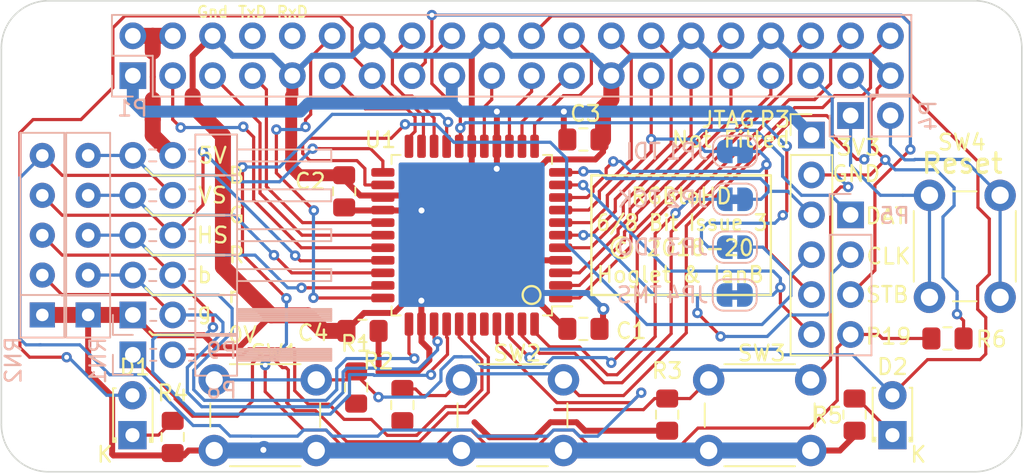
<source format=kicad_pcb>
(kicad_pcb (version 20171130) (host pcbnew "(5.1.4)-1")
  (layers (0 F.Cu signal) (31 B.Cu signal) (34 B.Paste user hide) (35 F.Paste user hide) (36 B.SilkS user) (37 F.SilkS user) (38 B.Mask user hide) (39 F.Mask user hide) (44 Edge.Cuts user))
  (net 0 "")
  (net 1 /3V3)
  (net 2 /GPIO2)
  (net 3 /GPIO3)
  (net 4 /GPIO4)
  (net 5 /GPIO17)
  (net 6 /GPIO18)
  (net 7 /GPIO27)
  (net 8 /GPIO22)
  (net 9 /GPIO23)
  (net 10 /GPIO24)
  (net 11 /GPIO10)
  (net 12 /GPIO9)
  (net 13 /GPIO11)
  (net 14 /GPIO8)
  (net 15 /GPIO7)
  (net 16 /GPIO5)
  (net 17 /GPIO6)
  (net 18 /GPIO12)
  (net 19 /GPIO13)
  (net 20 /GPIO19)
  (net 21 /GPIO16)
  (net 22 /GPIO26)
  (net 23 /GPIO20)
  (net 24 /GPIO21)
  (net 25 "Net-(P4-Pad1)")
  (net 26 "Net-(P4-Pad2)")
  (net 27 "Net-(D1-Pad1)")
  (net 28 "Net-(D2-Pad1)")
  (net 29 /GPIO25)
  (net 30 /GPIO0)
  (net 31 /GPIO1)
  (net 32 /VCC)
  (net 33 /GND)
  (net 34 /SYNC)
  (net 35 /BLUE)
  (net 36 /GREEN)
  (net 37 /RED)
  (net 38 /BRED)
  (net 39 /BGREEN)
  (net 40 /BBLUE)
  (net 41 /VSYNC)
  (net 42 /TCK)
  (net 43 /TDO)
  (net 44 /TDI)
  (net 45 /TMS)
  (net 46 /RxD)
  (net 47 /TxD)
  (net 48 /SPARE)
  (net 49 /UV2)
  (net 50 /UV1)
  (net 51 /UV3)
  (module Button_Switch_THT:SW_PUSH_6mm_H5mm (layer F.Cu) (at 32.556 53.14696 180)
    (fp_text reference SW1 (at 2.6416 6.223) (layer F.SilkS))
    (fp_text value SW_PUSH)
    (pad 1 thru_hole circle (at 6.5 0 270) (size 2 2) (drill 1.1) (layers *.Cu *.Mask) (net 33 /GND))
    (pad 2 thru_hole circle (at 6.5 4.5 270) (size 2 2) (drill 1.1) (layers *.Cu *.Mask) (net 21 /GPIO16))
    (pad 1 thru_hole circle (at 0 0 270) (size 2 2) (drill 1.1) (layers *.Cu *.Mask) (net 33 /GND))
    (pad 2 thru_hole circle (at 0 4.5 270) (size 2 2) (drill 1.1) (layers *.Cu *.Mask) (net 21 /GPIO16))
  )
  (module Resistor_SMD:R_0805_2012Metric_Pad1.15x1.40mm_HandSolder (layer F.Cu) (at 35.096 49.13376 90)
    (fp_text reference R1 (at 2.794 0) (layer F.SilkS))
    (fp_text value 1K)
    (pad 2 smd roundrect (at 1.025 0 90) (size 1.15 1.4) (layers F.Cu F.Paste F.Mask) (roundrect_rratio 0.217391) (net 21 /GPIO16))
    (pad 1 smd roundrect (at -1.025 0 90) (size 1.15 1.4) (layers F.Cu F.Paste F.Mask) (roundrect_rratio 0.217391) (net 1 /3V3))
  )
  (module Resistor_THT:R_Array_SIP5 (layer B.Cu) (at 18.0272 44.51096 90)
    (fp_text reference RN1 (at -2.90576 0.61976 90) (layer B.SilkS) (effects (justify mirror)))
    (fp_text value 4K7)
    (pad 5 thru_hole oval (at 10.16 0 90) (size 1.6 1.6) (drill 0.8) (layers *.Cu *.Mask) (net 35 /BLUE))
    (pad 4 thru_hole oval (at 7.62 0 90) (size 1.6 1.6) (drill 0.8) (layers *.Cu *.Mask) (net 36 /GREEN))
    (pad 3 thru_hole oval (at 5.08 0 90) (size 1.6 1.6) (drill 0.8) (layers *.Cu *.Mask) (net 37 /RED))
    (pad 2 thru_hole oval (at 2.54 0 90) (size 1.6 1.6) (drill 0.8) (layers *.Cu *.Mask) (net 38 /BRED))
    (pad 1 thru_hole rect (at 0 0 90) (size 1.6 1.6) (drill 0.8) (layers *.Cu *.Mask) (net 33 /GND))
  )
  (module Package_QFP:LQFP-44_10x10mm_P0.8mm (layer F.Cu) (at 42.462 39.43096 180)
    (fp_text reference U1 (at 5.8166 6.0706) (layer F.SilkS))
    (fp_text value XC9572XL-VQFP44)
    (pad 1 smd roundrect (at -5.6625 -4 180) (size 1.475 0.55) (layers F.Cu F.Paste F.Mask) (net 19 /GPIO13))
    (pad 2 smd roundrect (at -5.6625 -3.2 180) (size 1.475 0.55) (layers F.Cu F.Paste F.Mask) (net 17 /GPIO6))
    (pad 3 smd roundrect (at -5.6625 -2.4 180) (size 1.475 0.55) (layers F.Cu F.Paste F.Mask) (net 18 /GPIO12))
    (pad 4 smd roundrect (at -5.6625 -1.6 180) (size 1.475 0.55) (layers F.Cu F.Paste F.Mask) (net 33 /GND))
    (pad 5 smd roundrect (at -5.6625 -0.8 180) (size 1.475 0.55) (layers F.Cu F.Paste F.Mask) (net 16 /GPIO5))
    (pad 6 smd roundrect (at -5.6625 0 180) (size 1.475 0.55) (layers F.Cu F.Paste F.Mask) (net 31 /GPIO1))
    (pad 7 smd roundrect (at -5.6625 0.8 180) (size 1.475 0.55) (layers F.Cu F.Paste F.Mask) (net 30 /GPIO0))
    (pad 8 smd roundrect (at -5.6625 1.6 180) (size 1.475 0.55) (layers F.Cu F.Paste F.Mask) (net 15 /GPIO7))
    (pad 9 smd roundrect (at -5.6625 2.4 180) (size 1.475 0.55) (layers F.Cu F.Paste F.Mask) (net 44 /TDI))
    (pad 10 smd roundrect (at -5.6625 3.2 180) (size 1.475 0.55) (layers F.Cu F.Paste F.Mask) (net 45 /TMS))
    (pad 11 smd roundrect (at -5.6625 4 180) (size 1.475 0.55) (layers F.Cu F.Paste F.Mask) (net 42 /TCK))
    (pad 12 smd roundrect (at -4 5.6625 180) (size 0.55 1.475) (layers F.Cu F.Paste F.Mask) (net 14 /GPIO8))
    (pad 13 smd roundrect (at -3.2 5.6625 180) (size 0.55 1.475) (layers F.Cu F.Paste F.Mask) (net 13 /GPIO11))
    (pad 14 smd roundrect (at -2.4 5.6625 180) (size 0.55 1.475) (layers F.Cu F.Paste F.Mask) (net 12 /GPIO9))
    (pad 15 smd roundrect (at -1.6 5.6625 180) (size 0.55 1.475) (layers F.Cu F.Paste F.Mask) (net 1 /3V3))
    (pad 16 smd roundrect (at -0.8 5.6625 180) (size 0.55 1.475) (layers F.Cu F.Paste F.Mask) (net 11 /GPIO10))
    (pad 17 smd roundrect (at 0 5.6625 180) (size 0.55 1.475) (layers F.Cu F.Paste F.Mask) (net 33 /GND))
    (pad 18 smd roundrect (at 0.8 5.6625 180) (size 0.55 1.475) (layers F.Cu F.Paste F.Mask) (net 10 /GPIO24))
    (pad 19 smd roundrect (at 1.6 5.6625 180) (size 0.55 1.475) (layers F.Cu F.Paste F.Mask) (net 48 /SPARE))
    (pad 20 smd roundrect (at 2.4 5.6625 180) (size 0.55 1.475) (layers F.Cu F.Paste F.Mask) (net 9 /GPIO23))
    (pad 21 smd roundrect (at 3.2 5.6625 180) (size 0.55 1.475) (layers F.Cu F.Paste F.Mask) (net 7 /GPIO27))
    (pad 22 smd roundrect (at 4 5.6625 180) (size 0.55 1.475) (layers F.Cu F.Paste F.Mask) (net 5 /GPIO17))
    (pad 23 smd roundrect (at 5.6625 4 180) (size 1.475 0.55) (layers F.Cu F.Paste F.Mask) (net 34 /SYNC))
    (pad 24 smd roundrect (at 5.6625 3.2 180) (size 1.475 0.55) (layers F.Cu F.Paste F.Mask) (net 43 /TDO))
    (pad 25 smd roundrect (at 5.6625 2.4 180) (size 1.475 0.55) (layers F.Cu F.Paste F.Mask) (net 33 /GND))
    (pad 26 smd roundrect (at 5.6625 1.6 180) (size 1.475 0.55) (layers F.Cu F.Paste F.Mask) (net 1 /3V3))
    (pad 27 smd roundrect (at 5.6625 0.8 180) (size 1.475 0.55) (layers F.Cu F.Paste F.Mask) (net 4 /GPIO4))
    (pad 28 smd roundrect (at 5.6625 0 180) (size 1.475 0.55) (layers F.Cu F.Paste F.Mask) (net 3 /GPIO3))
    (pad 29 smd roundrect (at 5.6625 -0.8 180) (size 1.475 0.55) (layers F.Cu F.Paste F.Mask) (net 2 /GPIO2))
    (pad 30 smd roundrect (at 5.6625 -1.6 180) (size 1.475 0.55) (layers F.Cu F.Paste F.Mask) (net 35 /BLUE))
    (pad 31 smd roundrect (at 5.6625 -2.4 180) (size 1.475 0.55) (layers F.Cu F.Paste F.Mask) (net 36 /GREEN))
    (pad 32 smd roundrect (at 5.6625 -3.2 180) (size 1.475 0.55) (layers F.Cu F.Paste F.Mask) (net 37 /RED))
    (pad 33 smd roundrect (at 5.6625 -4 180) (size 1.475 0.55) (layers F.Cu F.Paste F.Mask) (net 6 /GPIO18))
    (pad 34 smd roundrect (at 4 -5.6625 180) (size 0.55 1.475) (layers F.Cu F.Paste F.Mask) (net 38 /BRED))
    (pad 35 smd roundrect (at 3.2 -5.6625 180) (size 0.55 1.475) (layers F.Cu F.Paste F.Mask) (net 1 /3V3))
    (pad 36 smd roundrect (at 2.4 -5.6625 180) (size 0.55 1.475) (layers F.Cu F.Paste F.Mask) (net 39 /BGREEN))
    (pad 37 smd roundrect (at 1.6 -5.6625 180) (size 0.55 1.475) (layers F.Cu F.Paste F.Mask) (net 40 /BBLUE))
    (pad 38 smd roundrect (at 0.8 -5.6625 180) (size 0.55 1.475) (layers F.Cu F.Paste F.Mask) (net 50 /UV1))
    (pad 39 smd roundrect (at 0 -5.6625 180) (size 0.55 1.475) (layers F.Cu F.Paste F.Mask) (net 49 /UV2))
    (pad 40 smd roundrect (at -0.8 -5.6625 180) (size 0.55 1.475) (layers F.Cu F.Paste F.Mask) (net 51 /UV3))
    (pad 41 smd roundrect (at -1.6 -5.6625 180) (size 0.55 1.475) (layers F.Cu F.Paste F.Mask) (net 41 /VSYNC))
    (pad 42 smd roundrect (at -2.4 -5.6625 180) (size 0.55 1.475) (layers F.Cu F.Paste F.Mask) (net 29 /GPIO25))
    (pad 43 smd roundrect (at -3.2 -5.6625 180) (size 0.55 1.475) (layers F.Cu F.Paste F.Mask) (net 24 /GPIO21))
    (pad 44 smd roundrect (at -4 -5.6625 180) (size 0.55 1.475) (layers F.Cu F.Paste F.Mask) (net 23 /GPIO20))
  )
  (module Resistor_SMD:R_0805_2012Metric_Pad1.15x1.40mm_HandSolder (layer F.Cu) (at 72.7642 46.00956)
    (fp_text reference R6 (at 2.794 0.0508) (layer F.SilkS))
    (fp_text value 10K)
    (pad 2 smd roundrect (at 1.025 0) (size 1.15 1.4) (layers F.Cu F.Paste F.Mask) (roundrect_rratio 0.217391) (net 33 /GND))
    (pad 1 smd roundrect (at -1.025 0) (size 1.15 1.4) (layers F.Cu F.Paste F.Mask) (roundrect_rratio 0.217391) (net 48 /SPARE))
  )
  (module Connector_PinSocket_2.54mm:PinSocket_1x04_P2.54mm_Vertical (layer B.Cu) (at 66.592 38.13556 180)
    (fp_text reference P5 (at -2.794 -0.0508) (layer B.SilkS) (effects (justify mirror)))
    (fp_text value Conn_01x04)
    (pad 1 thru_hole rect (at 0 0 180) (size 1.7 1.7) (drill 1) (layers *.Cu *.Mask) (net 30 /GPIO0))
    (pad 2 thru_hole oval (at 0 -2.54 180) (size 1.7 1.7) (drill 1) (layers *.Cu *.Mask) (net 31 /GPIO1))
    (pad 3 thru_hole oval (at 0 -5.08 180) (size 1.7 1.7) (drill 1) (layers *.Cu *.Mask) (net 8 /GPIO22))
    (pad 4 thru_hole oval (at 0 -7.62 180) (size 1.7 1.7) (drill 1) (layers *.Cu *.Mask) (net 48 /SPARE))
  )
  (module Connector_PinSocket_2.54mm:PinSocket_2x20_P2.54mm_Vertical (layer B.Cu) (at 20.872 29.27096 270)
    (fp_text reference P1 (at 2.0828 0.0254) (layer B.SilkS) (effects (justify mirror)))
    (fp_text value CONN_02X20)
    (pad 40 thru_hole oval (at -2.54 -48.26 270) (size 1.7 1.7) (drill 1) (layers *.Cu *.Mask) (net 24 /GPIO21))
    (pad 39 thru_hole oval (at 0 -48.26 270) (size 1.7 1.7) (drill 1) (layers *.Cu *.Mask) (net 33 /GND))
    (pad 38 thru_hole oval (at -2.54 -45.72 270) (size 1.7 1.7) (drill 1) (layers *.Cu *.Mask) (net 23 /GPIO20))
    (pad 37 thru_hole oval (at 0 -45.72 270) (size 1.7 1.7) (drill 1) (layers *.Cu *.Mask) (net 22 /GPIO26))
    (pad 36 thru_hole oval (at -2.54 -43.18 270) (size 1.7 1.7) (drill 1) (layers *.Cu *.Mask) (net 21 /GPIO16))
    (pad 35 thru_hole oval (at 0 -43.18 270) (size 1.7 1.7) (drill 1) (layers *.Cu *.Mask) (net 20 /GPIO19))
    (pad 34 thru_hole oval (at -2.54 -40.64 270) (size 1.7 1.7) (drill 1) (layers *.Cu *.Mask) (net 33 /GND))
    (pad 33 thru_hole oval (at 0 -40.64 270) (size 1.7 1.7) (drill 1) (layers *.Cu *.Mask) (net 19 /GPIO13))
    (pad 32 thru_hole oval (at -2.54 -38.1 270) (size 1.7 1.7) (drill 1) (layers *.Cu *.Mask) (net 18 /GPIO12))
    (pad 31 thru_hole oval (at 0 -38.1 270) (size 1.7 1.7) (drill 1) (layers *.Cu *.Mask) (net 17 /GPIO6))
    (pad 30 thru_hole oval (at -2.54 -35.56 270) (size 1.7 1.7) (drill 1) (layers *.Cu *.Mask) (net 33 /GND))
    (pad 29 thru_hole oval (at 0 -35.56 270) (size 1.7 1.7) (drill 1) (layers *.Cu *.Mask) (net 16 /GPIO5))
    (pad 28 thru_hole oval (at -2.54 -33.02 270) (size 1.7 1.7) (drill 1) (layers *.Cu *.Mask) (net 31 /GPIO1))
    (pad 27 thru_hole oval (at 0 -33.02 270) (size 1.7 1.7) (drill 1) (layers *.Cu *.Mask) (net 30 /GPIO0))
    (pad 26 thru_hole oval (at -2.54 -30.48 270) (size 1.7 1.7) (drill 1) (layers *.Cu *.Mask) (net 15 /GPIO7))
    (pad 25 thru_hole oval (at 0 -30.48 270) (size 1.7 1.7) (drill 1) (layers *.Cu *.Mask) (net 33 /GND))
    (pad 24 thru_hole oval (at -2.54 -27.94 270) (size 1.7 1.7) (drill 1) (layers *.Cu *.Mask) (net 14 /GPIO8))
    (pad 23 thru_hole oval (at 0 -27.94 270) (size 1.7 1.7) (drill 1) (layers *.Cu *.Mask) (net 13 /GPIO11))
    (pad 22 thru_hole oval (at -2.54 -25.4 270) (size 1.7 1.7) (drill 1) (layers *.Cu *.Mask) (net 29 /GPIO25))
    (pad 21 thru_hole oval (at 0 -25.4 270) (size 1.7 1.7) (drill 1) (layers *.Cu *.Mask) (net 12 /GPIO9))
    (pad 20 thru_hole oval (at -2.54 -22.86 270) (size 1.7 1.7) (drill 1) (layers *.Cu *.Mask) (net 33 /GND))
    (pad 19 thru_hole oval (at 0 -22.86 270) (size 1.7 1.7) (drill 1) (layers *.Cu *.Mask) (net 11 /GPIO10))
    (pad 18 thru_hole oval (at -2.54 -20.32 270) (size 1.7 1.7) (drill 1) (layers *.Cu *.Mask) (net 10 /GPIO24))
    (pad 17 thru_hole oval (at 0 -20.32 270) (size 1.7 1.7) (drill 1) (layers *.Cu *.Mask) (net 1 /3V3))
    (pad 16 thru_hole oval (at -2.54 -17.78 270) (size 1.7 1.7) (drill 1) (layers *.Cu *.Mask) (net 9 /GPIO23))
    (pad 15 thru_hole oval (at 0 -17.78 270) (size 1.7 1.7) (drill 1) (layers *.Cu *.Mask) (net 8 /GPIO22))
    (pad 14 thru_hole oval (at -2.54 -15.24 270) (size 1.7 1.7) (drill 1) (layers *.Cu *.Mask) (net 33 /GND))
    (pad 13 thru_hole oval (at 0 -15.24 270) (size 1.7 1.7) (drill 1) (layers *.Cu *.Mask) (net 7 /GPIO27))
    (pad 12 thru_hole oval (at -2.54 -12.7 270) (size 1.7 1.7) (drill 1) (layers *.Cu *.Mask) (net 6 /GPIO18))
    (pad 11 thru_hole oval (at 0 -12.7 270) (size 1.7 1.7) (drill 1) (layers *.Cu *.Mask) (net 5 /GPIO17))
    (pad 10 thru_hole oval (at -2.54 -10.16 270) (size 1.7 1.7) (drill 1) (layers *.Cu *.Mask) (net 46 /RxD))
    (pad 9 thru_hole oval (at 0 -10.16 270) (size 1.7 1.7) (drill 1) (layers *.Cu *.Mask) (net 33 /GND))
    (pad 8 thru_hole oval (at -2.54 -7.62 270) (size 1.7 1.7) (drill 1) (layers *.Cu *.Mask) (net 47 /TxD))
    (pad 7 thru_hole oval (at 0 -7.62 270) (size 1.7 1.7) (drill 1) (layers *.Cu *.Mask) (net 4 /GPIO4))
    (pad 6 thru_hole oval (at -2.54 -5.08 270) (size 1.7 1.7) (drill 1) (layers *.Cu *.Mask) (net 33 /GND))
    (pad 5 thru_hole oval (at 0 -5.08 270) (size 1.7 1.7) (drill 1) (layers *.Cu *.Mask) (net 3 /GPIO3))
    (pad 4 thru_hole oval (at -2.54 -2.54 270) (size 1.7 1.7) (drill 1) (layers *.Cu *.Mask) (net 32 /VCC))
    (pad 3 thru_hole oval (at 0 -2.54 270) (size 1.7 1.7) (drill 1) (layers *.Cu *.Mask) (net 2 /GPIO2))
    (pad 2 thru_hole oval (at -2.54 0 270) (size 1.7 1.7) (drill 1) (layers *.Cu *.Mask) (net 32 /VCC))
    (pad 1 thru_hole rect (at 0 0 270) (size 1.7 1.7) (drill 1) (layers *.Cu *.Mask) (net 1 /3V3))
  )
  (module RPi_Hat:RPi_Hat_Mounting_Hole (layer F.Cu) (at 16 51)
    (fp_text reference "" hide)
    (fp_text value "" hide)
    (pad "" np_thru_hole circle (at 0 0) (size 2.75 2.75) (drill 2.75) (layers *.Cu *.Mask) (clearance 1.725))
  )
  (module RPi_Hat:RPi_Hat_Mounting_Hole (layer F.Cu) (at 74 28)
    (fp_text reference "" hide)
    (fp_text value "" hide)
    (pad "" np_thru_hole circle (at 0 0) (size 2.75 2.75) (drill 2.75) (layers *.Cu *.Mask) (clearance 1.725))
  )
  (module RPi_Hat:RPi_Hat_Mounting_Hole (layer F.Cu) (at 74 51)
    (fp_text reference "" hide)
    (fp_text value "" hide)
    (pad "" np_thru_hole circle (at 0 0) (size 2.75 2.75) (drill 2.75) (layers *.Cu *.Mask) (clearance 1.725))
  )
  (module RPi_Hat:RPi_Hat_Mounting_Hole (layer F.Cu) (at 16 28)
    (fp_text reference "" hide)
    (fp_text value "" hide)
    (pad "" np_thru_hole circle (at 0 0) (size 2.75 2.75) (drill 2.75) (layers *.Cu *.Mask) (clearance 1.725))
  )
  (module Jumper:SolderJumper-2_P1.3mm_Bridged_RoundedPad1.0x1.5mm (layer B.Cu) (at 59.226 37.14496)
    (fp_text reference JP2 (at -3.063 0) (layer B.SilkS) (effects (justify mirror)))
    (fp_text value SolderJumper_2_Bridged)
    (fp_poly (pts (xy 0.25 0.3) (xy -0.25 0.3) (xy -0.25 -0.3) (xy 0.25 -0.3)) (layer B.Cu) (width 0))
    (pad 2 smd custom (at 0.65 0) (size 1 0.5) (layers B.Cu B.Mask) (net 42 /TCK) (options (clearance outline) (anchor rect)) (primitives (gr_circle (center 0 -0.25) (end 0.5 -0.25) (width 0)) (gr_circle (center 0 0.25) (end 0.5 0.25) (width 0)) (gr_poly (pts (xy 0 0.75) (xy -0.5 0.75) (xy -0.5 -0.75) (xy 0 -0.75)) (width 0))))
    (pad 1 smd custom (at -0.65 0) (size 1 0.5) (layers B.Cu B.Mask) (net 23 /GPIO20) (options (clearance outline) (anchor rect)) (primitives (gr_circle (center 0 -0.25) (end 0.5 -0.25) (width 0)) (gr_circle (center 0 0.25) (end 0.5 0.25) (width 0)) (gr_poly (pts (xy 0 0.75) (xy 0.5 0.75) (xy 0.5 -0.75) (xy 0 -0.75)) (width 0))))
  )
  (module Jumper:SolderJumper-2_P1.3mm_Bridged_RoundedPad1.0x1.5mm (layer B.Cu) (at 59.226 34.09696)
    (fp_text reference JP1 (at -3.048 0) (layer B.SilkS) (effects (justify mirror)))
    (fp_text value SolderJumper_2_Bridged)
    (fp_poly (pts (xy 0.25 0.3) (xy -0.25 0.3) (xy -0.25 -0.3) (xy 0.25 -0.3)) (layer B.Cu) (width 0))
    (pad 1 smd custom (at -0.65 0) (size 1 0.5) (layers B.Cu B.Mask) (net 30 /GPIO0) (options (clearance outline) (anchor rect)) (primitives (gr_circle (center 0 -0.25) (end 0.5 -0.25) (width 0)) (gr_circle (center 0 0.25) (end 0.5 0.25) (width 0)) (gr_poly (pts (xy 0 0.75) (xy 0.5 0.75) (xy 0.5 -0.75) (xy 0 -0.75)) (width 0))))
    (pad 2 smd custom (at 0.65 0) (size 1 0.5) (layers B.Cu B.Mask) (net 44 /TDI) (options (clearance outline) (anchor rect)) (primitives (gr_circle (center 0 -0.25) (end 0.5 -0.25) (width 0)) (gr_circle (center 0 0.25) (end 0.5 0.25) (width 0)) (gr_poly (pts (xy 0 0.75) (xy -0.5 0.75) (xy -0.5 -0.75) (xy 0 -0.75)) (width 0))))
  )
  (module Jumper:SolderJumper-2_P1.3mm_Bridged_RoundedPad1.0x1.5mm (layer B.Cu) (at 59.211 43.24096)
    (fp_text reference JP4 (at -3.033 0) (layer B.SilkS) (effects (justify mirror)))
    (fp_text value SolderJumper_2_Bridged)
    (fp_poly (pts (xy 0.25 0.3) (xy -0.25 0.3) (xy -0.25 -0.3) (xy 0.25 -0.3)) (layer B.Cu) (width 0))
    (pad 2 smd custom (at 0.65 0) (size 1 0.5) (layers B.Cu B.Mask) (net 45 /TMS) (options (clearance outline) (anchor rect)) (primitives (gr_circle (center 0 -0.25) (end 0.5 -0.25) (width 0)) (gr_circle (center 0 0.25) (end 0.5 0.25) (width 0)) (gr_poly (pts (xy 0 0.75) (xy -0.5 0.75) (xy -0.5 -0.75) (xy 0 -0.75)) (width 0))))
    (pad 1 smd custom (at -0.65 0) (size 1 0.5) (layers B.Cu B.Mask) (net 31 /GPIO1) (options (clearance outline) (anchor rect)) (primitives (gr_circle (center 0 -0.25) (end 0.5 -0.25) (width 0)) (gr_circle (center 0 0.25) (end 0.5 0.25) (width 0)) (gr_poly (pts (xy 0 0.75) (xy 0.5 0.75) (xy 0.5 -0.75) (xy 0 -0.75)) (width 0))))
  )
  (module Jumper:SolderJumper-2_P1.3mm_Bridged_RoundedPad1.0x1.5mm (layer B.Cu) (at 59.226 40.19296)
    (fp_text reference JP3 (at -3.063 0) (layer B.SilkS) (effects (justify mirror)))
    (fp_text value SolderJumper_2_Bridged)
    (fp_poly (pts (xy 0.25 0.3) (xy -0.25 0.3) (xy -0.25 -0.3) (xy 0.25 -0.3)) (layer B.Cu) (width 0))
    (pad 1 smd custom (at -0.65 0) (size 1 0.5) (layers B.Cu B.Mask) (net 10 /GPIO24) (options (clearance outline) (anchor rect)) (primitives (gr_circle (center 0 -0.25) (end 0.5 -0.25) (width 0)) (gr_circle (center 0 0.25) (end 0.5 0.25) (width 0)) (gr_poly (pts (xy 0 0.75) (xy 0.5 0.75) (xy 0.5 -0.75) (xy 0 -0.75)) (width 0))))
    (pad 2 smd custom (at 0.65 0) (size 1 0.5) (layers B.Cu B.Mask) (net 43 /TDO) (options (clearance outline) (anchor rect)) (primitives (gr_circle (center 0 -0.25) (end 0.5 -0.25) (width 0)) (gr_circle (center 0 0.25) (end 0.5 0.25) (width 0)) (gr_poly (pts (xy 0 0.75) (xy -0.5 0.75) (xy -0.5 -0.75) (xy 0 -0.75)) (width 0))))
  )
  (module Connector_PinHeader_2.54mm:PinHeader_1x06_P2.54mm_Vertical (layer F.Cu) (at 64.1008 33.054001)
    (fp_text reference P3 (at -2.3348 -0.989041 180) (layer F.SilkS))
    (fp_text value Conn_01x06)
    (pad 1 thru_hole rect (at 0 0) (size 1.7 1.7) (drill 1) (layers *.Cu *.Mask) (net 1 /3V3))
    (pad 2 thru_hole oval (at 0 2.54) (size 1.7 1.7) (drill 1) (layers *.Cu *.Mask) (net 33 /GND))
    (pad 3 thru_hole oval (at 0 5.08) (size 1.7 1.7) (drill 1) (layers *.Cu *.Mask) (net 42 /TCK))
    (pad 4 thru_hole oval (at 0 7.62) (size 1.7 1.7) (drill 1) (layers *.Cu *.Mask) (net 43 /TDO))
    (pad 5 thru_hole oval (at 0 10.16) (size 1.7 1.7) (drill 1) (layers *.Cu *.Mask) (net 44 /TDI))
    (pad 6 thru_hole oval (at 0 12.7) (size 1.7 1.7) (drill 1) (layers *.Cu *.Mask) (net 45 /TMS))
  )
  (module Connector_PinSocket_2.54mm:PinSocket_1x02_P2.54mm_Vertical (layer B.Cu) (at 66.592 31.81096 270)
    (fp_text reference P4 (at 0 -4.953 90) (layer B.SilkS) (effects (justify mirror)))
    (fp_text value CONN_01X02)
    (pad 1 thru_hole rect (at 0 0 270) (size 1.7 1.7) (drill 1) (layers *.Cu *.Mask) (net 25 "Net-(P4-Pad1)"))
    (pad 2 thru_hole oval (at 0 -2.54 270) (size 1.7 1.7) (drill 1) (layers *.Cu *.Mask) (net 26 "Net-(P4-Pad2)"))
  )
  (module LED_THT:LED_D1.8mm_W3.3mm_H2.4mm (layer F.Cu) (at 20.873 52.16144 90)
    (fp_text reference D1 (at 4.318 0.127) (layer F.SilkS))
    (fp_text value LED)
    (pad 1 thru_hole rect (at -0.00552 -0.024 90) (size 1.8 1.8) (drill 0.9) (layers *.Cu *.Mask) (net 27 "Net-(D1-Pad1)"))
    (pad 2 thru_hole circle (at 2.53448 -0.024 90) (size 1.8 1.8) (drill 0.9) (layers *.Cu *.Mask) (net 7 /GPIO27))
  )
  (module LED_THT:LED_D1.8mm_W3.3mm_H2.4mm (layer F.Cu) (at 69.259 52.13096 90)
    (fp_text reference D2 (at 4.318 0) (layer F.SilkS))
    (fp_text value LED)
    (pad 1 thru_hole rect (at -0.036 0 90) (size 1.8 1.8) (drill 0.9) (layers *.Cu *.Mask) (net 28 "Net-(D2-Pad1)"))
    (pad 2 thru_hole circle (at 2.504 0 90) (size 1.8 1.8) (drill 0.9) (layers *.Cu *.Mask) (net 29 /GPIO25))
  )
  (module Capacitor_SMD:C_0805_2012Metric_Pad1.15x1.40mm_HandSolder (layer F.Cu) (at 49.574 45.39996 180)
    (fp_text reference C1 (at -3.048 -0.127) (layer F.SilkS))
    (fp_text value 10uF)
    (pad 2 smd roundrect (at 1.025 0 180) (size 1.15 1.4) (layers F.Cu F.Paste F.Mask) (roundrect_rratio 0.217391) (net 33 /GND))
    (pad 1 smd roundrect (at -1.025 0 180) (size 1.15 1.4) (layers F.Cu F.Paste F.Mask) (roundrect_rratio 0.217391) (net 1 /3V3))
  )
  (module Capacitor_SMD:C_0805_2012Metric_Pad1.15x1.40mm_HandSolder (layer F.Cu) (at 34.334 36.63696 90)
    (fp_text reference C2 (at 0.635 -2.159) (layer F.SilkS))
    (fp_text value 100nF)
    (pad 1 smd roundrect (at -1.025 0 90) (size 1.15 1.4) (layers F.Cu F.Paste F.Mask) (roundrect_rratio 0.217391) (net 1 /3V3))
    (pad 2 smd roundrect (at 1.025 0 90) (size 1.15 1.4) (layers F.Cu F.Paste F.Mask) (roundrect_rratio 0.217391) (net 33 /GND))
  )
  (module Capacitor_SMD:C_0805_2012Metric_Pad1.15x1.40mm_HandSolder (layer F.Cu) (at 49.574 33.33496)
    (fp_text reference C3 (at 0.127 -1.65) (layer F.SilkS))
    (fp_text value 100nF)
    (pad 1 smd roundrect (at -1.025 0) (size 1.15 1.4) (layers F.Cu F.Paste F.Mask) (roundrect_rratio 0.217391) (net 1 /3V3))
    (pad 2 smd roundrect (at 1.025 0) (size 1.15 1.4) (layers F.Cu F.Paste F.Mask) (roundrect_rratio 0.217391) (net 33 /GND))
  )
  (module Capacitor_SMD:C_0805_2012Metric_Pad1.15x1.40mm_HandSolder (layer F.Cu) (at 35.5024 45.52696 180)
    (fp_text reference C4 (at 3.1496 -0.127) (layer F.SilkS))
    (fp_text value 100nF)
    (pad 1 smd roundrect (at -1.025 0 180) (size 1.15 1.4) (layers F.Cu F.Paste F.Mask) (roundrect_rratio 0.217391) (net 1 /3V3))
    (pad 2 smd roundrect (at 1.025 0 180) (size 1.15 1.4) (layers F.Cu F.Paste F.Mask) (roundrect_rratio 0.217391) (net 33 /GND))
  )
  (module Resistor_SMD:R_0805_2012Metric_Pad1.15x1.40mm_HandSolder (layer F.Cu) (at 38.0424 50.25136 90)
    (fp_text reference R2 (at 2.794 -1.524) (layer F.SilkS))
    (fp_text value 1K)
    (pad 2 smd roundrect (at 1.025 0 90) (size 1.15 1.4) (layers F.Cu F.Paste F.Mask) (roundrect_rratio 0.217391) (net 22 /GPIO26))
    (pad 1 smd roundrect (at -1.025 0 90) (size 1.15 1.4) (layers F.Cu F.Paste F.Mask) (roundrect_rratio 0.217391) (net 1 /3V3))
  )
  (module Resistor_SMD:R_0805_2012Metric_Pad1.15x1.40mm_HandSolder (layer F.Cu) (at 54.908 50.86096 90)
    (fp_text reference R3 (at 2.794 0) (layer F.SilkS))
    (fp_text value 1K)
    (pad 2 smd roundrect (at 1.025 0 90) (size 1.15 1.4) (layers F.Cu F.Paste F.Mask) (roundrect_rratio 0.217391) (net 20 /GPIO19))
    (pad 1 smd roundrect (at -1.025 0 90) (size 1.15 1.4) (layers F.Cu F.Paste F.Mask) (roundrect_rratio 0.217391) (net 1 /3V3))
  )
  (module Resistor_SMD:R_0805_2012Metric_Pad1.15x1.40mm_HandSolder (layer F.Cu) (at 23.412 52.28336 270)
    (fp_text reference R4 (at -2.794 0) (layer F.SilkS))
    (fp_text value 1K)
    (pad 2 smd roundrect (at 1.025 0 270) (size 1.15 1.4) (layers F.Cu F.Paste F.Mask) (roundrect_rratio 0.217391) (net 33 /GND))
    (pad 1 smd roundrect (at -1.025 0 270) (size 1.15 1.4) (layers F.Cu F.Paste F.Mask) (roundrect_rratio 0.217391) (net 27 "Net-(D1-Pad1)"))
  )
  (module Resistor_SMD:R_0805_2012Metric_Pad1.15x1.40mm_HandSolder (layer F.Cu) (at 66.846 50.86096 270)
    (fp_text reference R5 (at 0.0508 1.7272) (layer F.SilkS))
    (fp_text value 1K)
    (pad 1 smd roundrect (at -1.025 0 270) (size 1.15 1.4) (layers F.Cu F.Paste F.Mask) (roundrect_rratio 0.217391) (net 28 "Net-(D2-Pad1)"))
    (pad 2 smd roundrect (at 1.025 0 270) (size 1.15 1.4) (layers F.Cu F.Paste F.Mask) (roundrect_rratio 0.217391) (net 33 /GND))
  )
  (module Resistor_THT:R_Array_SIP5 (layer B.Cu) (at 15.1062 44.51096 90)
    (fp_text reference RN2 (at -2.87528 -1.84658 90) (layer B.SilkS) (effects (justify mirror)))
    (fp_text value 4k7)
    (pad 1 thru_hole rect (at 0 0 90) (size 1.6 1.6) (drill 0.8) (layers *.Cu *.Mask) (net 33 /GND))
    (pad 2 thru_hole oval (at 2.54 0 90) (size 1.6 1.6) (drill 0.8) (layers *.Cu *.Mask) (net 39 /BGREEN))
    (pad 3 thru_hole oval (at 5.08 0 90) (size 1.6 1.6) (drill 0.8) (layers *.Cu *.Mask) (net 40 /BBLUE))
    (pad 4 thru_hole oval (at 7.62 0 90) (size 1.6 1.6) (drill 0.8) (layers *.Cu *.Mask) (net 34 /SYNC))
    (pad 5 thru_hole oval (at 10.16 0 90) (size 1.6 1.6) (drill 0.8) (layers *.Cu *.Mask) (net 41 /VSYNC))
  )
  (module Button_Switch_THT:SW_PUSH_6mm_H5mm (layer F.Cu) (at 48.304 53.14696 180)
    (fp_text reference SW2 (at 2.9464 6.1976) (layer F.SilkS))
    (fp_text value SW_PUSH)
    (pad 2 thru_hole circle (at 0 4.5 270) (size 2 2) (drill 1.1) (layers *.Cu *.Mask) (net 22 /GPIO26))
    (pad 1 thru_hole circle (at 0 0 270) (size 2 2) (drill 1.1) (layers *.Cu *.Mask) (net 33 /GND))
    (pad 2 thru_hole circle (at 6.5 4.5 270) (size 2 2) (drill 1.1) (layers *.Cu *.Mask) (net 22 /GPIO26))
    (pad 1 thru_hole circle (at 6.5 0 270) (size 2 2) (drill 1.1) (layers *.Cu *.Mask) (net 33 /GND))
  )
  (module Button_Switch_THT:SW_PUSH_6mm_H5mm (layer F.Cu) (at 64.052 53.14696 180)
    (fp_text reference SW3 (at 3.1242 6.1976) (layer F.SilkS))
    (fp_text value SW_PUSH)
    (pad 2 thru_hole circle (at 0 4.5 270) (size 2 2) (drill 1.1) (layers *.Cu *.Mask) (net 20 /GPIO19))
    (pad 1 thru_hole circle (at 0 0 270) (size 2 2) (drill 1.1) (layers *.Cu *.Mask) (net 33 /GND))
    (pad 2 thru_hole circle (at 6.5 4.5 270) (size 2 2) (drill 1.1) (layers *.Cu *.Mask) (net 20 /GPIO19))
    (pad 1 thru_hole circle (at 6.5 0 270) (size 2 2) (drill 1.1) (layers *.Cu *.Mask) (net 33 /GND))
  )
  (module Button_Switch_THT:SW_PUSH_6mm_H5mm (layer F.Cu) (at 76.117 36.89096 270)
    (fp_text reference SW4 (at -3.3782 2.4384) (layer F.SilkS))
    (fp_text value SW_PUSH)
    (pad 1 thru_hole circle (at 6.5 0) (size 2 2) (drill 1.1) (layers *.Cu *.Mask) (net 26 "Net-(P4-Pad2)"))
    (pad 2 thru_hole circle (at 6.5 4.5) (size 2 2) (drill 1.1) (layers *.Cu *.Mask) (net 25 "Net-(P4-Pad1)"))
    (pad 1 thru_hole circle (at 0 0) (size 2 2) (drill 1.1) (layers *.Cu *.Mask) (net 26 "Net-(P4-Pad2)"))
    (pad 2 thru_hole circle (at 0 4.5) (size 2 2) (drill 1.1) (layers *.Cu *.Mask) (net 25 "Net-(P4-Pad1)"))
  )
  (module Connector_PinHeader_2.54mm:PinHeader_2x05_P2.54mm_Horizontal (layer B.Cu) (at 20.872 44.51096)
    (fp_text reference P9 (at 5.655 2.27) (layer B.SilkS) (effects (justify mirror)))
    (fp_text value Conn_02x05_Odd_Even)
    (pad 1 thru_hole rect (at 0 0) (size 1.7 1.7) (drill 1) (layers *.Cu *.Mask) (net 33 /GND))
    (pad 2 thru_hole oval (at 2.54 0) (size 1.7 1.7) (drill 1) (layers *.Cu *.Mask) (net 39 /BGREEN))
    (pad 3 thru_hole oval (at 0 -2.54) (size 1.7 1.7) (drill 1) (layers *.Cu *.Mask) (net 38 /BRED))
    (pad 4 thru_hole oval (at 2.54 -2.54) (size 1.7 1.7) (drill 1) (layers *.Cu *.Mask) (net 40 /BBLUE))
    (pad 5 thru_hole oval (at 0 -5.08) (size 1.7 1.7) (drill 1) (layers *.Cu *.Mask) (net 37 /RED))
    (pad 6 thru_hole oval (at 2.54 -5.08) (size 1.7 1.7) (drill 1) (layers *.Cu *.Mask) (net 34 /SYNC))
    (pad 7 thru_hole oval (at 0 -7.62) (size 1.7 1.7) (drill 1) (layers *.Cu *.Mask) (net 36 /GREEN))
    (pad 8 thru_hole oval (at 2.54 -7.62) (size 1.7 1.7) (drill 1) (layers *.Cu *.Mask) (net 41 /VSYNC))
    (pad 9 thru_hole oval (at 0 -10.16) (size 1.7 1.7) (drill 1) (layers *.Cu *.Mask) (net 35 /BLUE))
    (pad 10 thru_hole oval (at 2.54 -10.16) (size 1.7 1.7) (drill 1) (layers *.Cu *.Mask) (net 32 /VCC))
  )
  (module Connector_PinHeader_2.54mm:PinHeader_2x01_P2.54mm_Horizontal (layer B.Cu) (at 20.872 47.05096)
    (fp_text reference P8 (at 5.655 2.27) (layer B.SilkS) (effects (justify mirror)))
    (fp_text value Conn_02x01)
    (pad 1 thru_hole rect (at 0 0) (size 1.7 1.7) (drill 1) (layers *.Cu *.Mask) (net 49 /UV2))
    (pad 2 thru_hole oval (at 2.54 0) (size 1.7 1.7) (drill 1) (layers *.Cu *.Mask) (net 50 /UV1))
  )
  (gr_line (start 22.142 35.62096) (end 21.6848 35.16376) (layer F.SilkS) (width 0.15))
  (gr_line (start 22.65 35.62096) (end 22.142 35.62096) (layer F.SilkS) (width 0.15))
  (gr_line (start 22.142 45.78096) (end 21.9388 45.57776) (layer F.SilkS) (width 0.15))
  (gr_line (start 22.65 45.78096) (end 22.142 45.78096) (layer F.SilkS) (width 0.15))
  (gr_line (start 22.142 43.24096) (end 21.6848 42.78376) (layer F.SilkS) (width 0.15))
  (gr_line (start 22.65 43.24096) (end 22.142 43.24096) (layer F.SilkS) (width 0.15))
  (gr_line (start 22.142 40.70096) (end 21.6848 40.24376) (layer F.SilkS) (width 0.15))
  (gr_line (start 22.6754 40.70096) (end 22.142 40.70096) (layer F.SilkS) (width 0.15))
  (gr_line (start 22.142 38.16096) (end 21.6848 37.70376) (layer F.SilkS) (width 0.15))
  (gr_line (start 22.65 38.16096) (end 22.142 38.16096) (layer F.SilkS) (width 0.15))
  (gr_text P19 (at 69.005 45.88256) (layer F.SilkS) (effects (font (size 1 1))))
  (gr_text STB (at 68.9288 43.21556) (layer F.SilkS) (effects (font (size 1 1))))
  (gr_text DAT (at 68.8526 38.21176) (layer F.SilkS) (effects (font (size 1 1))))
  (gr_text CLK (at 69.005 40.77716) (layer F.SilkS) (effects (font (size 1 1))))
  (gr_text JTAG (at 58.7942 32.06496) (layer F.SilkS) (effects (font (size 1 1))))
  (gr_text TDO (at 53.13 40.19296) (layer B.SilkS) (effects (font (size 1 1)) (justify mirror)))
  (gr_text TDI (at 53.384 34.09696) (layer B.SilkS) (effects (font (size 1 1)) (justify mirror)))
  (gr_text TCK (at 53.13 37.14496) (layer B.SilkS) (effects (font (size 1 1)) (justify mirror)))
  (gr_text TMS (at 53.13 43.24096) (layer B.SilkS) (effects (font (size 1 1)) (justify mirror)))
  (gr_line (start 26.714 45.78096) (end 22.65 45.78096) (layer F.SilkS) (width 0.15))
  (gr_text 0V (at 27.857 45.78096) (layer F.SilkS) (effects (font (size 1 1))))
  (gr_line (start 26.714 35.62096) (end 22.65 35.62096) (layer F.SilkS) (width 0.15))
  (gr_line (start 26.714 38.16096) (end 22.65 38.16096) (layer F.SilkS) (width 0.15))
  (gr_line (start 26.714 40.70096) (end 22.65 40.70096) (layer F.SilkS) (width 0.15))
  (gr_line (start 26.714 43.24096) (end 22.65 43.24096) (layer F.SilkS) (width 0.15))
  (gr_text r (at 27.222 43.24096) (layer F.SilkS) (effects (font (size 1 1))))
  (gr_text R (at 27.476 40.70096) (layer F.SilkS) (effects (font (size 1 1))))
  (gr_text G (at 27.476 38.16096) (layer F.SilkS) (effects (font (size 1 1))))
  (gr_text B (at 27.476 35.62096) (layer F.SilkS) (effects (font (size 1 1))))
  (gr_text g (at 25.444 44.25696) (layer F.SilkS) (effects (font (size 1 1))))
  (gr_text b (at 25.444 41.97096) (layer F.SilkS) (effects (font (size 1 1))))
  (gr_text HS (at 25.952 39.43096) (layer F.SilkS) (effects (font (size 1 1))))
  (gr_text VS (at 25.952 36.89096) (layer F.SilkS) (effects (font (size 1 1))))
  (gr_text 5V (at 25.952 34.35096) (layer F.SilkS) (effects (font (size 1 1))))
  (gr_text RxD (at 31.032 25.20696) (layer F.SilkS) (effects (font (size 0.7 0.7) (thickness 0.13))))
  (gr_text TxD (at 28.492 25.20696) (layer F.SilkS) (effects (font (size 0.7 0.7) (thickness 0.13))))
  (gr_text Gnd (at 25.952 25.20696) (layer F.SilkS) (effects (font (size 0.7 0.7) (thickness 0.13))))
  (gr_text K (at 70.91 53.40096) (layer F.SilkS) (effects (font (size 1 1))))
  (gr_text K (at 19.094 53.40096) (layer F.SilkS) (effects (font (size 1 1))))
  (gr_text "Not Fitted" (at 58.972 33.33496) (layer F.SilkS) (effects (font (size 1 1))))
  (gr_line (start 65.83 33.84296) (end 65.576 33.58896) (layer F.SilkS) (width 0.15))
  (gr_line (start 65.322 33.33496) (end 65.83 33.84296) (layer F.SilkS) (width 0.15))
  (gr_text 3V3 (at 67.1 33.84296) (layer F.SilkS) (effects (font (size 1 1))))
  (gr_text GND (at 66.9476 35.51936) (layer F.SilkS) (effects (font (size 1 1))))
  (gr_text "Hoglet & IanB" (at 55.7462 41.94556) (layer F.SilkS) (effects (font (size 1 0.98))))
  (gr_text "© 2018-20" (at 55.797 40.24376) (layer F.SilkS) (effects (font (size 1 0.98))))
  (gr_text "6/8 Bit Issue 3" (at 55.8478 38.64356) (layer F.SilkS) (effects (font (size 1 0.9))))
  (gr_text RGBtoHD (at 55.8224 36.94176) (layer F.SilkS) (effects (font (size 1 0.98))))
  (gr_circle (center 46.272 43.24096) (end 46.78 43.49496) (layer F.SilkS) (width 0.15))
  (gr_line (start 50.082 43.24096) (end 50.082 35.62096) (layer F.SilkS) (width 0.15))
  (gr_line (start 61.512 43.24096) (end 50.082 43.24096) (layer F.SilkS) (width 0.15))
  (gr_line (start 61.512 35.62096) (end 61.512 43.24096) (layer F.SilkS) (width 0.15))
  (gr_line (start 50.082 35.62096) (end 61.512 35.62096) (layer F.SilkS) (width 0.15))
  (gr_text Reset (at 73.704 34.85896) (layer F.SilkS) (effects (font (size 1.25 1.25) (thickness 0.2))))
  (gr_arc (start 74.5 27.5) (end 74.5 24.5) (angle 90) (layer Edge.Cuts) (width 0.1))
  (gr_line (start 15.5 24.5) (end 74.5 24.5) (angle 90) (layer Edge.Cuts) (width 0.1))
  (gr_arc (start 15.5 27.5) (end 12.5 27.5) (angle 90) (layer Edge.Cuts) (width 0.1))
  (gr_arc (start 74.5 51.5) (end 77.5 51.5) (angle 90) (layer Edge.Cuts) (width 0.1))
  (gr_arc (start 15.5 51.5) (end 15.5 54.5) (angle 90) (layer Edge.Cuts) (width 0.1))
  (gr_line (start 12.5 27.5) (end 12.5 51.5) (layer Edge.Cuts) (width 0.1))
  (gr_line (start 15.5 54.5) (end 74.5 54.5) (angle 90) (layer Edge.Cuts) (width 0.1))
  (gr_line (start 77.5 27.5) (end 77.5 51.5) (angle 90) (layer Edge.Cuts) (width 0.1))
  (segment (start 64.1008 32.85036) (end 64.1008 33.054001) (width 0.381) (layer B.Cu) (net 1))
  (segment (start 48.324 33.33496) (end 48.324 31.56236) (width 0.381) (layer F.Cu) (net 1))
  (segment (start 48.324 31.56236) (end 48.3294 31.55696) (width 0.381) (layer F.Cu) (net 1))
  (via (at 48.3294 31.55696) (size 0.762) (drill 0.381) (layers F.Cu B.Cu) (net 1))
  (segment (start 44.062 33.58096) (end 44.062 31.55716) (width 0.381) (layer F.Cu) (net 1))
  (segment (start 44.062 31.55716) (end 44.0622 31.55696) (width 0.381) (layer F.Cu) (net 1))
  (via (at 44.0622 31.55696) (size 0.762) (drill 0.381) (layers F.Cu B.Cu) (net 1))
  (segment (start 54.908 52.21096) (end 55.082 52.21096) (width 0.381) (layer F.Cu) (net 1))
  (segment (start 50.824 45.39996) (end 50.824 44.14996) (width 0.381) (layer F.Cu) (net 1))
  (segment (start 50.824 44.14996) (end 50.844 44.12996) (width 0.381) (layer F.Cu) (net 1))
  (via (at 50.844 44.12996) (size 0.762) (drill 0.381) (layers F.Cu B.Cu) (net 1))
  (segment (start 50.844 44.12996) (end 49.828 43.11396) (width 0.381) (layer B.Cu) (net 1))
  (segment (start 49.828 43.11396) (end 46.78 43.11396) (width 0.381) (layer B.Cu) (net 1))
  (segment (start 48.324 33.52896) (end 48.324 33.33496) (width 0.381) (layer F.Cu) (net 1))
  (segment (start 44.062 33.58096) (end 44.062 35.19096) (width 0.381) (layer F.Cu) (net 1))
  (via (at 44.052 35.20096) (size 0.762) (drill 0.381) (layers F.Cu B.Cu) (net 1))
  (segment (start 44.062 35.19096) (end 44.052 35.20096) (width 0.381) (layer F.Cu) (net 1))
  (via (at 39.252 43.60096) (size 0.762) (drill 0.381) (layers F.Cu B.Cu) (net 1))
  (segment (start 54.908 52.21096) (end 54.908 52.13096) (width 0.381) (layer F.Cu) (net 1))
  (segment (start 41.192 29.27096) (end 41.192 31.04896) (width 0.762) (layer B.Cu) (net 1))
  (segment (start 41.7 31.55696) (end 44.0622 31.55696) (width 0.762) (layer B.Cu) (net 1))
  (segment (start 44.0622 31.55696) (end 48.3294 31.55696) (width 0.762) (layer B.Cu) (net 1))
  (segment (start 41.192 31.04896) (end 41.7 31.55696) (width 0.762) (layer B.Cu) (net 1))
  (segment (start 40.302 38.95096) (end 39.252 38.95096) (width 0.381) (layer B.Cu) (net 1))
  (segment (start 44.052 35.20096) (end 40.302 38.95096) (width 0.381) (layer B.Cu) (net 1))
  (segment (start 39.252 38.95096) (end 39.252 43.60096) (width 0.381) (layer B.Cu) (net 1))
  (segment (start 34.334 37.88696) (end 34.3648 37.85616) (width 0.381) (layer F.Cu) (net 1))
  (via (at 39.2616 37.85616) (size 0.762) (drill 0.381) (layers F.Cu B.Cu) (net 1))
  (segment (start 39.252 38.95096) (end 39.252 37.86576) (width 0.381) (layer B.Cu) (net 1))
  (segment (start 39.252 37.86576) (end 39.2616 37.85616) (width 0.381) (layer B.Cu) (net 1))
  (segment (start 38.722785 37.85616) (end 38.2456 37.85616) (width 0.381) (layer F.Cu) (net 1))
  (segment (start 39.2616 37.85616) (end 38.722785 37.85616) (width 0.381) (layer F.Cu) (net 1))
  (segment (start 34.3648 37.85616) (end 38.2456 37.85616) (width 0.381) (layer F.Cu) (net 1))
  (segment (start 38.2456 37.85616) (end 38.666596 37.85616) (width 0.381) (layer F.Cu) (net 1))
  (segment (start 62.603759 31.55696) (end 64.1008 33.054001) (width 0.762) (layer B.Cu) (net 1))
  (segment (start 48.3294 31.55696) (end 62.603759 31.55696) (width 0.762) (layer B.Cu) (net 1))
  (segment (start 39.252 45.08346) (end 39.262 45.09346) (width 0.381) (layer F.Cu) (net 1))
  (segment (start 39.252 43.60096) (end 39.252 45.08346) (width 0.381) (layer F.Cu) (net 1))
  (segment (start 36.5274 45.52696) (end 36.5274 48.15216) (width 0.381) (layer F.Cu) (net 1))
  (segment (start 39.262 45.09346) (end 39.262 46.208584) (width 0.381) (layer F.Cu) (net 1))
  (segment (start 39.262 46.208584) (end 39.756902 46.703486) (width 0.381) (layer F.Cu) (net 1))
  (segment (start 38.997015 48.15216) (end 36.5274 48.15216) (width 0.381) (layer F.Cu) (net 1))
  (segment (start 39.756902 47.392273) (end 38.997015 48.15216) (width 0.381) (layer F.Cu) (net 1))
  (segment (start 39.756902 46.703486) (end 39.756902 47.392273) (width 0.381) (layer F.Cu) (net 1))
  (segment (start 41.192 31.04896) (end 41.191978 31.048938) (width 0.762) (layer B.Cu) (net 1))
  (segment (start 20.872 30.88296) (end 20.872 29.27096) (width 0.762) (layer B.Cu) (net 1))
  (segment (start 31.532886 31.55696) (end 21.546 31.55696) (width 0.762) (layer B.Cu) (net 1))
  (segment (start 21.546 31.55696) (end 20.872 30.88296) (width 0.762) (layer B.Cu) (net 1))
  (segment (start 32.040908 31.048938) (end 31.532886 31.55696) (width 0.762) (layer B.Cu) (net 1))
  (segment (start 41.191978 31.048938) (end 32.040908 31.048938) (width 0.762) (layer B.Cu) (net 1))
  (segment (start 54.583 51.88596) (end 54.908 52.21096) (width 0.381) (layer F.Cu) (net 1))
  (segment (start 49.67458 51.88596) (end 54.583 51.88596) (width 0.381) (layer F.Cu) (net 1))
  (segment (start 49.135469 51.346848) (end 49.67458 51.88596) (width 0.381) (layer F.Cu) (net 1))
  (segment (start 47.472531 51.346848) (end 49.135469 51.346848) (width 0.381) (layer F.Cu) (net 1))
  (segment (start 46.520779 52.2986) (end 47.472531 51.346848) (width 0.381) (layer F.Cu) (net 1))
  (segment (start 43.587221 52.2986) (end 46.520779 52.2986) (width 0.381) (layer F.Cu) (net 1))
  (segment (start 42.635469 51.346848) (end 43.587221 52.2986) (width 0.381) (layer F.Cu) (net 1))
  (segment (start 23.412 32.06496) (end 23.412 29.27096) (width 0.2032) (layer F.Cu) (net 2))
  (segment (start 36.612 40.23096) (end 31.6034 40.23096) (width 0.2032) (layer F.Cu) (net 2))
  (segment (start 31.6034 40.23096) (end 28.568178 37.195738) (width 0.2032) (layer F.Cu) (net 2))
  (segment (start 28.568178 37.195738) (end 28.568178 33.182532) (width 0.2032) (layer F.Cu) (net 2))
  (segment (start 28.568178 33.182532) (end 28.238005 32.852359) (width 0.2032) (layer F.Cu) (net 2))
  (segment (start 28.238005 32.852359) (end 27.907806 32.52216) (width 0.2032) (layer F.Cu) (net 2))
  (segment (start 27.857006 32.57296) (end 27.907806 32.52216) (width 0.2032) (layer B.Cu) (net 2))
  (segment (start 23.92 32.57296) (end 27.857006 32.57296) (width 0.2032) (layer B.Cu) (net 2))
  (via (at 27.907806 32.52216) (size 0.6604) (drill 0.3048) (layers F.Cu B.Cu) (net 2))
  (via (at 23.92 32.57296) (size 0.6604) (drill 0.3048) (layers F.Cu B.Cu) (net 2))
  (segment (start 23.92 32.57296) (end 23.412 32.06496) (width 0.2032) (layer F.Cu) (net 2))
  (segment (start 36.612 39.43096) (end 31.651049 39.43096) (width 0.2032) (layer F.Cu) (net 3))
  (segment (start 28.974589 32.293549) (end 26.801999 30.120959) (width 0.2032) (layer F.Cu) (net 3))
  (segment (start 26.801999 30.120959) (end 25.952 29.27096) (width 0.2032) (layer F.Cu) (net 3))
  (segment (start 28.974589 36.7545) (end 28.974589 32.293549) (width 0.2032) (layer F.Cu) (net 3))
  (segment (start 31.651049 39.43096) (end 28.974589 36.7545) (width 0.2032) (layer F.Cu) (net 3))
  (segment (start 28.492 29.27096) (end 28.492 29.77896) (width 0.2032) (layer F.Cu) (net 4))
  (segment (start 29.341999 30.120959) (end 28.492 29.27096) (width 0.2032) (layer F.Cu) (net 4))
  (segment (start 31.6798 38.63096) (end 29.381 36.33216) (width 0.2032) (layer F.Cu) (net 4))
  (segment (start 36.612 38.63096) (end 31.6798 38.63096) (width 0.2032) (layer F.Cu) (net 4))
  (segment (start 29.381 36.33216) (end 29.381 30.15996) (width 0.2032) (layer F.Cu) (net 4))
  (segment (start 29.381 30.15996) (end 29.341999 30.120959) (width 0.2032) (layer F.Cu) (net 4))
  (segment (start 38.462 33.205438) (end 38.462 33.76846) (width 0.2032) (layer F.Cu) (net 5))
  (segment (start 33.572 29.27096) (end 35.68022 31.37918) (width 0.2032) (layer F.Cu) (net 5))
  (segment (start 35.68022 31.37918) (end 38.321822 31.37918) (width 0.2032) (layer F.Cu) (net 5))
  (segment (start 38.321822 31.37918) (end 38.850729 31.908087) (width 0.2032) (layer F.Cu) (net 5))
  (segment (start 38.850729 31.908087) (end 38.850729 32.816709) (width 0.2032) (layer F.Cu) (net 5))
  (segment (start 38.850729 32.816709) (end 38.462 33.205438) (width 0.2032) (layer F.Cu) (net 5))
  (via (at 30.016 32.69996) (size 0.6604) (drill 0.3048) (layers F.Cu B.Cu) (net 6))
  (via (at 32.3782 43.41876) (size 0.6604) (drill 0.3048) (layers F.Cu B.Cu) (net 6))
  (segment (start 32.3904 43.43096) (end 32.3782 43.41876) (width 0.2032) (layer F.Cu) (net 6))
  (segment (start 36.7995 43.43096) (end 32.3904 43.43096) (width 0.2032) (layer F.Cu) (net 6))
  (via (at 32.4036 37.856162) (size 0.6604) (drill 0.3048) (layers F.Cu B.Cu) (net 6))
  (segment (start 32.3782 43.41876) (end 32.3782 37.881562) (width 0.2032) (layer B.Cu) (net 6))
  (segment (start 32.3782 37.881562) (end 32.4036 37.856162) (width 0.2032) (layer B.Cu) (net 6))
  (segment (start 30.016 32.69996) (end 30.016 35.468562) (width 0.2032) (layer F.Cu) (net 6))
  (segment (start 30.016 35.468562) (end 32.073401 37.525963) (width 0.2032) (layer F.Cu) (net 6))
  (segment (start 32.073401 37.525963) (end 32.4036 37.856162) (width 0.2032) (layer F.Cu) (net 6))
  (segment (start 31.872819 32.068927) (end 31.872819 32.5359) (width 0.2032) (layer F.Cu) (net 6))
  (segment (start 31.708759 32.69996) (end 31.872819 32.5359) (width 0.2032) (layer B.Cu) (net 6))
  (segment (start 30.016 32.69996) (end 31.708759 32.69996) (width 0.2032) (layer B.Cu) (net 6))
  (via (at 31.872819 32.5359) (size 0.6604) (drill 0.3048) (layers F.Cu B.Cu) (net 6))
  (segment (start 33.572 26.73096) (end 32.2004 28.10256) (width 0.2032) (layer F.Cu) (net 6))
  (segment (start 32.2004 28.10256) (end 32.2004 31.741346) (width 0.2032) (layer F.Cu) (net 6))
  (segment (start 32.2004 31.741346) (end 31.872819 32.068927) (width 0.2032) (layer F.Cu) (net 6))
  (segment (start 37.81381 30.97277) (end 36.112 29.27096) (width 0.2032) (layer F.Cu) (net 7))
  (segment (start 39.383876 33.646584) (end 39.383876 31.866484) (width 0.2032) (layer F.Cu) (net 7))
  (segment (start 39.262 33.76846) (end 39.383876 33.646584) (width 0.2032) (layer F.Cu) (net 7))
  (segment (start 39.383876 31.866484) (end 38.490162 30.97277) (width 0.2032) (layer F.Cu) (net 7))
  (segment (start 38.490162 30.97277) (end 37.81381 30.97277) (width 0.2032) (layer F.Cu) (net 7))
  (segment (start 34.842 28.00096) (end 36.112 29.27096) (width 0.2032) (layer F.Cu) (net 7))
  (segment (start 34.842 26.22296) (end 34.842 28.00096) (width 0.2032) (layer F.Cu) (net 7))
  (segment (start 34.08 25.46096) (end 34.842 26.22296) (width 0.2032) (layer F.Cu) (net 7))
  (segment (start 20.364 25.46096) (end 34.08 25.46096) (width 0.2032) (layer F.Cu) (net 7))
  (segment (start 19.602 26.22296) (end 20.364 25.46096) (width 0.2032) (layer F.Cu) (net 7))
  (segment (start 19.602 30.03296) (end 19.602 26.22296) (width 0.2032) (layer F.Cu) (net 7))
  (segment (start 17.57 32.06496) (end 19.602 30.03296) (width 0.2032) (layer F.Cu) (net 7))
  (segment (start 14.522 32.06496) (end 17.57 32.06496) (width 0.2032) (layer F.Cu) (net 7))
  (segment (start 13.68126 46.59122) (end 13.68126 32.9057) (width 0.2032) (layer F.Cu) (net 7))
  (segment (start 13.68126 32.9057) (end 14.522 32.06496) (width 0.2032) (layer F.Cu) (net 7))
  (via (at 16.6556 47.20336) (size 0.6604) (drill 0.3048) (layers F.Cu B.Cu) (net 7))
  (segment (start 16.778001 47.20336) (end 16.6556 47.20336) (width 0.2032) (layer B.Cu) (net 7))
  (segment (start 20.849 49.62696) (end 19.201601 49.62696) (width 0.2032) (layer B.Cu) (net 7))
  (segment (start 19.201601 49.62696) (end 16.778001 47.20336) (width 0.2032) (layer B.Cu) (net 7))
  (segment (start 14.2934 47.20336) (end 13.68126 46.59122) (width 0.2032) (layer F.Cu) (net 7))
  (segment (start 16.6556 47.20336) (end 14.2934 47.20336) (width 0.2032) (layer F.Cu) (net 7))
  (segment (start 20.8682 49.51476) (end 20.0338 49.51476) (width 0.2032) (layer F.Cu) (net 7))
  (segment (start 38.652 29.27096) (end 38.652 28.76296) (width 0.2032) (layer F.Cu) (net 8))
  (via (at 39.922 25.41016) (size 0.6604) (drill 0.3048) (layers F.Cu B.Cu) (net 8))
  (segment (start 66.592 43.21556) (end 68.1414 41.66616) (width 0.2032) (layer F.Cu) (net 8))
  (segment (start 68.1414 36.230561) (end 70.071801 34.30016) (width 0.2032) (layer F.Cu) (net 8))
  (via (at 70.402 33.969961) (size 0.6604) (drill 0.3048) (layers F.Cu B.Cu) (net 8))
  (segment (start 39.922 25.41016) (end 69.8178 25.41016) (width 0.2032) (layer B.Cu) (net 8))
  (segment (start 69.8178 25.41016) (end 70.402 25.99436) (width 0.2032) (layer B.Cu) (net 8))
  (segment (start 68.1414 41.66616) (end 68.1414 36.230561) (width 0.2032) (layer F.Cu) (net 8))
  (segment (start 70.402 25.99436) (end 70.402 33.502988) (width 0.2032) (layer B.Cu) (net 8))
  (segment (start 70.402 33.502988) (end 70.402 33.969961) (width 0.2032) (layer B.Cu) (net 8))
  (segment (start 70.071801 34.30016) (end 70.402 33.969961) (width 0.2032) (layer F.Cu) (net 8))
  (segment (start 39.922 27.39136) (end 39.922 25.41016) (width 0.2032) (layer F.Cu) (net 8))
  (segment (start 39.501999 27.811361) (end 39.922 27.39136) (width 0.2032) (layer F.Cu) (net 8))
  (segment (start 38.652 29.27096) (end 39.501999 28.420961) (width 0.2032) (layer F.Cu) (net 8))
  (segment (start 39.501999 28.420961) (end 39.501999 27.811361) (width 0.2032) (layer F.Cu) (net 8))
  (segment (start 37.4074 27.97556) (end 38.652 26.73096) (width 0.2032) (layer F.Cu) (net 9))
  (segment (start 37.4074 27.97556) (end 37.4074 29.80436) (width 0.2032) (layer F.Cu) (net 9))
  (segment (start 38.658502 30.56636) (end 38.1694 30.56636) (width 0.2032) (layer F.Cu) (net 9))
  (segment (start 38.1694 30.56636) (end 37.4074 29.80436) (width 0.2032) (layer F.Cu) (net 9))
  (segment (start 40.062 33.58096) (end 40.062 31.969858) (width 0.2032) (layer F.Cu) (net 9))
  (segment (start 40.062 31.969858) (end 38.658502 30.56636) (width 0.2032) (layer F.Cu) (net 9))
  (via (at 62.528 33.76676) (size 0.6604) (drill 0.3048) (layers F.Cu B.Cu) (net 10))
  (segment (start 62.528 33.76676) (end 61.030442 32.269202) (width 0.2032) (layer B.Cu) (net 10))
  (segment (start 42.063914 32.269202) (end 41.733715 32.599401) (width 0.2032) (layer B.Cu) (net 10))
  (segment (start 61.030442 32.269202) (end 42.063914 32.269202) (width 0.2032) (layer B.Cu) (net 10))
  (via (at 41.733715 32.599401) (size 0.6604) (drill 0.3048) (layers F.Cu B.Cu) (net 10))
  (segment (start 61.766 38.66896) (end 61.943801 38.491159) (width 0.2032) (layer B.Cu) (net 10))
  (segment (start 57.4734 38.66896) (end 61.766 38.66896) (width 0.2032) (layer B.Cu) (net 10))
  (segment (start 57.0924 39.04996) (end 57.4734 38.66896) (width 0.2032) (layer B.Cu) (net 10))
  (segment (start 57.0924 39.76116) (end 57.0924 39.04996) (width 0.2032) (layer B.Cu) (net 10))
  (segment (start 58.576 40.19296) (end 57.5242 40.19296) (width 0.2032) (layer B.Cu) (net 10))
  (segment (start 57.5242 40.19296) (end 57.0924 39.76116) (width 0.2032) (layer B.Cu) (net 10))
  (segment (start 61.943801 38.491159) (end 62.274 38.16096) (width 0.2032) (layer B.Cu) (net 10))
  (segment (start 62.528 37.90696) (end 62.274 38.16096) (width 0.2032) (layer F.Cu) (net 10))
  (segment (start 62.528 33.76676) (end 62.528 37.90696) (width 0.2032) (layer F.Cu) (net 10))
  (via (at 62.274 38.16096) (size 0.6604) (drill 0.3048) (layers F.Cu B.Cu) (net 10))
  (segment (start 41.733715 33.509245) (end 41.733715 33.066374) (width 0.2032) (layer F.Cu) (net 10))
  (segment (start 41.733715 31.590675) (end 41.733715 32.132428) (width 0.2032) (layer F.Cu) (net 10))
  (segment (start 41.733715 32.132428) (end 41.733715 32.599401) (width 0.2032) (layer F.Cu) (net 10))
  (segment (start 41.192 26.73096) (end 39.922 28.00096) (width 0.2032) (layer F.Cu) (net 10))
  (segment (start 39.922 29.77896) (end 41.733715 31.590675) (width 0.2032) (layer F.Cu) (net 10))
  (segment (start 39.922 28.00096) (end 39.922 29.77896) (width 0.2032) (layer F.Cu) (net 10))
  (segment (start 41.733715 33.066374) (end 41.733715 32.599401) (width 0.2032) (layer F.Cu) (net 10))
  (segment (start 41.662 33.58096) (end 41.733715 33.509245) (width 0.2032) (layer F.Cu) (net 10))
  (segment (start 43.732 29.27096) (end 43.732 30.79496) (width 0.2032) (layer F.Cu) (net 11))
  (segment (start 43.732 30.79496) (end 43.262 31.26496) (width 0.2032) (layer F.Cu) (net 11))
  (segment (start 43.262 31.26496) (end 43.262 33.58096) (width 0.2032) (layer F.Cu) (net 11))
  (segment (start 46.272 29.27096) (end 46.272 30.28696) (width 0.2032) (layer F.Cu) (net 12))
  (segment (start 46.272 30.28696) (end 44.862 31.69696) (width 0.2032) (layer F.Cu) (net 12))
  (segment (start 44.862 31.69696) (end 44.862 33.58096) (width 0.2032) (layer F.Cu) (net 12))
  (segment (start 45.662 33.58096) (end 45.662 32.21696) (width 0.2032) (layer F.Cu) (net 13))
  (segment (start 45.662 32.21696) (end 48.608 29.27096) (width 0.2032) (layer F.Cu) (net 13))
  (segment (start 48.608 29.27096) (end 48.812 29.27096) (width 0.2032) (layer F.Cu) (net 13))
  (segment (start 48.812 26.73096) (end 50.082 28.00096) (width 0.2032) (layer F.Cu) (net 14))
  (segment (start 50.082 28.00096) (end 50.082 29.77896) (width 0.2032) (layer F.Cu) (net 14))
  (segment (start 50.082 29.77896) (end 49.32 30.54096) (width 0.2032) (layer F.Cu) (net 14))
  (segment (start 49.32 30.54096) (end 48.304 30.54096) (width 0.2032) (layer F.Cu) (net 14))
  (segment (start 48.304 30.54096) (end 46.462 32.38296) (width 0.2032) (layer F.Cu) (net 14))
  (segment (start 46.462 32.38296) (end 46.462 33.58096) (width 0.2032) (layer F.Cu) (net 14))
  (segment (start 50.59 36.63696) (end 52.622 34.60496) (width 0.2032) (layer F.Cu) (net 15))
  (segment (start 52.622 34.60496) (end 52.622 28.00096) (width 0.2032) (layer F.Cu) (net 15))
  (segment (start 48.312 37.83096) (end 49.904 37.83096) (width 0.2032) (layer F.Cu) (net 15))
  (segment (start 49.904 37.83096) (end 50.59 37.14496) (width 0.2032) (layer F.Cu) (net 15))
  (segment (start 50.59 37.14496) (end 50.59 36.63696) (width 0.2032) (layer F.Cu) (net 15))
  (segment (start 52.622 28.00096) (end 51.352 26.73096) (width 0.2032) (layer F.Cu) (net 15))
  (segment (start 52.114 38.147956) (end 52.114 37.39896) (width 0.2032) (layer F.Cu) (net 16))
  (segment (start 56.432 33.08096) (end 56.432 30.473041) (width 0.2032) (layer F.Cu) (net 16))
  (segment (start 56.432 30.473041) (end 56.432 29.27096) (width 0.2032) (layer F.Cu) (net 16))
  (segment (start 48.312 40.23096) (end 50.030996 40.23096) (width 0.2032) (layer F.Cu) (net 16))
  (segment (start 50.030996 40.23096) (end 52.114 38.147956) (width 0.2032) (layer F.Cu) (net 16))
  (segment (start 52.114 37.39896) (end 56.432 33.08096) (width 0.2032) (layer F.Cu) (net 16))
  (segment (start 49.3152 42.63096) (end 52.190178 39.755982) (width 0.2032) (layer F.Cu) (net 17))
  (segment (start 48.312 42.63096) (end 49.3152 42.63096) (width 0.2032) (layer F.Cu) (net 17))
  (segment (start 58.972 30.473041) (end 58.972 29.27096) (width 0.2032) (layer F.Cu) (net 17))
  (segment (start 58.972 32.06496) (end 58.972 30.473041) (width 0.2032) (layer F.Cu) (net 17))
  (segment (start 52.952178 38.084782) (end 58.972 32.06496) (width 0.2032) (layer F.Cu) (net 17))
  (segment (start 52.952178 38.45928) (end 52.952178 38.084782) (width 0.2032) (layer F.Cu) (net 17))
  (segment (start 52.190178 39.22128) (end 52.952178 38.45928) (width 0.2032) (layer F.Cu) (net 17))
  (segment (start 52.190178 39.755982) (end 52.190178 39.22128) (width 0.2032) (layer F.Cu) (net 17))
  (segment (start 48.312 41.83096) (end 49.3152 41.83096) (width 0.2032) (layer F.Cu) (net 18))
  (segment (start 51.783767 39.05294) (end 52.545767 38.29094) (width 0.2032) (layer F.Cu) (net 18))
  (segment (start 52.545767 38.29094) (end 52.545767 37.729193) (width 0.2032) (layer F.Cu) (net 18))
  (segment (start 52.545767 37.729193) (end 57.702 32.57296) (width 0.2032) (layer F.Cu) (net 18))
  (segment (start 57.702 32.57296) (end 57.702 28.00096) (width 0.2032) (layer F.Cu) (net 18))
  (segment (start 58.122001 27.580959) (end 58.972 26.73096) (width 0.2032) (layer F.Cu) (net 18))
  (segment (start 57.702 28.00096) (end 58.122001 27.580959) (width 0.2032) (layer F.Cu) (net 18))
  (segment (start 51.783767 39.362393) (end 51.783767 39.05294) (width 0.2032) (layer F.Cu) (net 18))
  (segment (start 49.3152 41.83096) (end 51.783767 39.362393) (width 0.2032) (layer F.Cu) (net 18))
  (segment (start 61.512 30.473041) (end 61.512 29.27096) (width 0.2032) (layer F.Cu) (net 19))
  (segment (start 48.312 43.43096) (end 49.3152 43.43096) (width 0.2032) (layer F.Cu) (net 19))
  (segment (start 49.3152 43.43096) (end 52.596589 40.149571) (width 0.2032) (layer F.Cu) (net 19))
  (segment (start 52.596589 40.149571) (end 52.596589 39.38962) (width 0.2032) (layer F.Cu) (net 19))
  (segment (start 52.596589 39.38962) (end 61.512 30.474209) (width 0.2032) (layer F.Cu) (net 19))
  (segment (start 61.512 30.474209) (end 61.512 30.473041) (width 0.2032) (layer F.Cu) (net 19))
  (via (at 66.439562 36.35756) (size 0.6604) (drill 0.3048) (layers F.Cu B.Cu) (net 20))
  (segment (start 64.052 29.27096) (end 65.423602 30.642562) (width 0.2032) (layer B.Cu) (net 20))
  (segment (start 65.423602 30.642562) (end 65.423602 35.3416) (width 0.2032) (layer B.Cu) (net 20))
  (segment (start 65.322 37.008149) (end 65.972589 36.35756) (width 0.2032) (layer F.Cu) (net 20))
  (segment (start 65.972589 36.35756) (end 66.439562 36.35756) (width 0.2032) (layer F.Cu) (net 20))
  (segment (start 65.322 47.37696) (end 65.322 37.008149) (width 0.2032) (layer F.Cu) (net 20))
  (segment (start 64.052 48.64696) (end 65.322 47.37696) (width 0.2032) (layer F.Cu) (net 20))
  (segment (start 66.109363 36.027361) (end 66.439562 36.35756) (width 0.2032) (layer B.Cu) (net 20))
  (segment (start 65.423602 35.3416) (end 66.109363 36.027361) (width 0.2032) (layer B.Cu) (net 20))
  (segment (start 56.363 49.83596) (end 54.908 49.83596) (width 0.2032) (layer F.Cu) (net 20))
  (segment (start 57.552 48.64696) (end 56.363 49.83596) (width 0.2032) (layer F.Cu) (net 20))
  (segment (start 53.400511 50.543449) (end 54.108 49.83596) (width 0.2032) (layer F.Cu) (net 20))
  (segment (start 54.108 49.83596) (end 54.908 49.83596) (width 0.2032) (layer F.Cu) (net 20))
  (segment (start 47.750269 50.543449) (end 53.400511 50.543449) (width 0.2032) (layer F.Cu) (net 20))
  (segment (start 63.43898 48.03394) (end 64.052 48.64696) (width 0.2032) (layer B.Cu) (net 20))
  (segment (start 57.552 48.64696) (end 58.16502 48.03394) (width 0.2032) (layer B.Cu) (net 20))
  (segment (start 58.16502 48.03394) (end 63.43898 48.03394) (width 0.2032) (layer B.Cu) (net 20))
  (via (at 51.352 47.55896) (size 0.6604) (drill 0.3048) (layers F.Cu B.Cu) (net 21))
  (segment (start 51.021801 47.228761) (end 47.643599 47.228761) (width 0.2032) (layer B.Cu) (net 21))
  (segment (start 47.643599 47.228761) (end 47.018771 47.853589) (width 0.2032) (layer B.Cu) (net 21))
  (segment (start 42.462 47.17796) (end 41.827 47.17796) (width 0.2032) (layer B.Cu) (net 21))
  (segment (start 43.137629 47.853589) (end 42.462 47.17796) (width 0.2032) (layer B.Cu) (net 21))
  (segment (start 47.018771 47.853589) (end 43.137629 47.853589) (width 0.2032) (layer B.Cu) (net 21))
  (segment (start 51.352 47.55896) (end 51.021801 47.228761) (width 0.2032) (layer B.Cu) (net 21))
  (segment (start 53.003 45.90796) (end 51.682199 47.228761) (width 0.2032) (layer F.Cu) (net 21))
  (segment (start 51.682199 47.228761) (end 51.352 47.55896) (width 0.2032) (layer F.Cu) (net 21))
  (segment (start 53.003 39.55796) (end 53.003 45.90796) (width 0.2032) (layer F.Cu) (net 21))
  (segment (start 62.782 29.77896) (end 53.003 39.55796) (width 0.2032) (layer F.Cu) (net 21))
  (segment (start 62.782 28.00096) (end 62.782 29.77896) (width 0.2032) (layer F.Cu) (net 21))
  (segment (start 64.052 26.73096) (end 62.782 28.00096) (width 0.2032) (layer F.Cu) (net 21))
  (segment (start 41.827 47.17796) (end 41.424589 47.17796) (width 0.2032) (layer B.Cu) (net 21))
  (segment (start 26.056 48.64696) (end 31.141787 48.64696) (width 0.2032) (layer B.Cu) (net 21))
  (segment (start 31.141787 48.64696) (end 32.556 48.64696) (width 0.2032) (layer B.Cu) (net 21))
  (segment (start 39.477149 49.74336) (end 36.985373 49.74336) (width 0.2032) (layer B.Cu) (net 21))
  (segment (start 41.341894 47.17796) (end 40.499199 48.020655) (width 0.2032) (layer B.Cu) (net 21))
  (segment (start 41.827 47.17796) (end 41.341894 47.17796) (width 0.2032) (layer B.Cu) (net 21))
  (segment (start 40.499199 48.020655) (end 40.499199 48.72131) (width 0.2032) (layer B.Cu) (net 21))
  (segment (start 36.985373 49.74336) (end 36.5184 49.74336) (width 0.2032) (layer B.Cu) (net 21))
  (segment (start 40.499199 48.72131) (end 39.477149 49.74336) (width 0.2032) (layer B.Cu) (net 21))
  (via (at 36.5184 49.74336) (size 0.6604) (drill 0.3048) (layers F.Cu B.Cu) (net 21))
  (segment (start 35.096 48.32096) (end 35.096 48.10876) (width 0.2032) (layer F.Cu) (net 21))
  (segment (start 36.5184 49.74336) (end 35.096 48.32096) (width 0.2032) (layer F.Cu) (net 21))
  (segment (start 34.5578 48.64696) (end 35.096 48.10876) (width 0.2032) (layer F.Cu) (net 21))
  (segment (start 32.556 48.64696) (end 34.5578 48.64696) (width 0.2032) (layer F.Cu) (net 21))
  (segment (start 48.304 48.64696) (end 48.486 48.64696) (width 0.2032) (layer F.Cu) (net 22))
  (segment (start 67.790319 34.270241) (end 67.46012 34.60044) (width 0.2032) (layer B.Cu) (net 22))
  (segment (start 67.790319 30.469279) (end 67.790319 34.270241) (width 0.2032) (layer B.Cu) (net 22))
  (segment (start 66.592 29.27096) (end 67.790319 30.469279) (width 0.2032) (layer B.Cu) (net 22))
  (via (at 67.46012 34.60044) (size 0.6604) (drill 0.3048) (layers F.Cu B.Cu) (net 22))
  (segment (start 66.993147 34.60044) (end 67.46012 34.60044) (width 0.2032) (layer F.Cu) (net 22))
  (segment (start 65.322 32.929293) (end 66.993147 34.60044) (width 0.2032) (layer F.Cu) (net 22))
  (segment (start 65.322 32.06496) (end 65.322 32.929293) (width 0.2032) (layer F.Cu) (net 22))
  (segment (start 65.068 31.81096) (end 65.322 32.06496) (width 0.2032) (layer F.Cu) (net 22))
  (segment (start 49.303999 49.646959) (end 52.134201 49.646959) (width 0.2032) (layer F.Cu) (net 22))
  (segment (start 48.304 48.64696) (end 49.303999 49.646959) (width 0.2032) (layer F.Cu) (net 22))
  (segment (start 52.134201 49.646959) (end 56.1272 45.65396) (width 0.2032) (layer F.Cu) (net 22))
  (segment (start 56.1272 45.65396) (end 56.1272 38.8334) (width 0.2032) (layer F.Cu) (net 22))
  (segment (start 56.1272 38.8334) (end 63.14964 31.81096) (width 0.2032) (layer F.Cu) (net 22))
  (segment (start 63.14964 31.81096) (end 65.068 31.81096) (width 0.2032) (layer F.Cu) (net 22))
  (segment (start 47.91704 48.26) (end 48.304 48.64696) (width 0.2032) (layer B.Cu) (net 22))
  (segment (start 41.804 48.67896) (end 42.22296 48.26) (width 0.2032) (layer B.Cu) (net 22))
  (segment (start 42.22296 48.26) (end 47.91704 48.26) (width 0.2032) (layer B.Cu) (net 22))
  (segment (start 41.804 48.64696) (end 41.804 48.67896) (width 0.2032) (layer B.Cu) (net 22))
  (segment (start 38.8754 49.22636) (end 38.0424 49.22636) (width 0.2032) (layer F.Cu) (net 22))
  (segment (start 39.295999 49.646959) (end 38.8754 49.22636) (width 0.2032) (layer F.Cu) (net 22))
  (segment (start 41.804 48.64696) (end 40.804001 49.646959) (width 0.2032) (layer F.Cu) (net 22))
  (segment (start 40.804001 49.646959) (end 39.295999 49.646959) (width 0.2032) (layer F.Cu) (net 22))
  (via (at 55.4414 38.03396) (size 0.6604) (drill 0.3048) (layers F.Cu B.Cu) (net 23))
  (segment (start 56.3304 37.14496) (end 55.4414 38.03396) (width 0.2032) (layer B.Cu) (net 23))
  (segment (start 58.576 37.14496) (end 56.3304 37.14496) (width 0.2032) (layer B.Cu) (net 23))
  (segment (start 65.322 29.77896) (end 65.322 28.00096) (width 0.2032) (layer F.Cu) (net 23))
  (segment (start 62.6804 30.79496) (end 55.4414 38.03396) (width 0.2032) (layer F.Cu) (net 23))
  (segment (start 64.306 30.79496) (end 62.6804 30.79496) (width 0.2032) (layer F.Cu) (net 23))
  (segment (start 65.322 28.00096) (end 66.592 26.73096) (width 0.2032) (layer F.Cu) (net 23))
  (segment (start 64.306 30.79496) (end 65.322 29.77896) (width 0.2032) (layer F.Cu) (net 23))
  (segment (start 51.098 48.32096) (end 51.717373 48.32096) (width 0.2032) (layer F.Cu) (net 23))
  (segment (start 47.415 46.54296) (end 49.32 46.54296) (width 0.2032) (layer F.Cu) (net 23))
  (segment (start 49.32 46.54296) (end 51.098 48.32096) (width 0.2032) (layer F.Cu) (net 23))
  (segment (start 54.146 45.892333) (end 54.146 45.42536) (width 0.2032) (layer F.Cu) (net 23))
  (segment (start 51.717373 48.32096) (end 54.146 45.892333) (width 0.2032) (layer F.Cu) (net 23))
  (segment (start 54.146 39.32936) (end 54.146 44.958387) (width 0.2032) (layer F.Cu) (net 23))
  (segment (start 55.4414 38.03396) (end 54.146 39.32936) (width 0.2032) (layer F.Cu) (net 23))
  (segment (start 54.146 44.958387) (end 54.146 45.42536) (width 0.2032) (layer F.Cu) (net 23))
  (segment (start 46.462 45.58996) (end 47.415 46.54296) (width 0.2032) (layer F.Cu) (net 23))
  (segment (start 59.9245 34.41446) (end 59.9245 34.46135) (width 0.2032) (layer F.Cu) (net 24))
  (segment (start 67.862 28.00096) (end 67.862 30.03296) (width 0.2032) (layer F.Cu) (net 24))
  (segment (start 49.020396 46.951878) (end 46.772175 46.951878) (width 0.2032) (layer F.Cu) (net 24))
  (segment (start 55.162 45.70476) (end 52.0378 48.82896) (width 0.2032) (layer F.Cu) (net 24))
  (segment (start 69.132 26.73096) (end 67.862 28.00096) (width 0.2032) (layer F.Cu) (net 24))
  (segment (start 67.862 30.03296) (end 67.354 30.54096) (width 0.2032) (layer F.Cu) (net 24))
  (segment (start 45.662 45.841703) (end 45.662 45.28096) (width 0.2032) (layer F.Cu) (net 24))
  (segment (start 67.354 30.54096) (end 65.576 30.54096) (width 0.2032) (layer F.Cu) (net 24))
  (segment (start 65.576 30.54096) (end 64.814 31.30296) (width 0.2032) (layer F.Cu) (net 24))
  (segment (start 46.772175 46.951878) (end 45.662 45.841703) (width 0.2032) (layer F.Cu) (net 24))
  (segment (start 64.814 31.30296) (end 63.036 31.30296) (width 0.2032) (layer F.Cu) (net 24))
  (segment (start 63.036 31.30296) (end 59.9245 34.41446) (width 0.2032) (layer F.Cu) (net 24))
  (segment (start 50.897478 48.82896) (end 49.020396 46.951878) (width 0.2032) (layer F.Cu) (net 24))
  (segment (start 52.0378 48.82896) (end 50.897478 48.82896) (width 0.2032) (layer F.Cu) (net 24))
  (segment (start 59.9245 34.46135) (end 55.162 39.22385) (width 0.2032) (layer F.Cu) (net 24))
  (segment (start 55.162 39.22385) (end 55.162 45.70476) (width 0.2032) (layer F.Cu) (net 24))
  (segment (start 71.617 36.89096) (end 71.617 43.39096) (width 0.2032) (layer B.Cu) (net 25))
  (segment (start 66.592 32.24696) (end 66.592 31.81096) (width 0.2032) (layer B.Cu) (net 25))
  (segment (start 69.9194 36.89096) (end 71.617 36.89096) (width 0.2032) (layer B.Cu) (net 25))
  (segment (start 68.497 36.89096) (end 69.9194 36.89096) (width 0.2032) (layer B.Cu) (net 25))
  (segment (start 66.592 31.81096) (end 66.592 34.98596) (width 0.2032) (layer B.Cu) (net 25))
  (segment (start 66.592 34.98596) (end 68.497 36.89096) (width 0.2032) (layer B.Cu) (net 25))
  (segment (start 76.117 36.89096) (end 76.117 43.39096) (width 0.2032) (layer B.Cu) (net 26))
  (segment (start 69.132 31.81096) (end 69.132 33.715964) (width 0.2032) (layer B.Cu) (net 26))
  (segment (start 75.117001 35.890961) (end 76.117 36.89096) (width 0.2032) (layer B.Cu) (net 26))
  (segment (start 73.831 34.60496) (end 75.117001 35.890961) (width 0.2032) (layer B.Cu) (net 26))
  (segment (start 69.132 33.715964) (end 70.046398 34.630362) (width 0.2032) (layer B.Cu) (net 26))
  (segment (start 70.046398 34.630362) (end 70.656002 34.630362) (width 0.2032) (layer B.Cu) (net 26))
  (segment (start 70.681404 34.60496) (end 73.831 34.60496) (width 0.2032) (layer B.Cu) (net 26))
  (segment (start 70.656002 34.630362) (end 70.681404 34.60496) (width 0.2032) (layer B.Cu) (net 26))
  (segment (start 20.872 52.21096) (end 20.872 52.05096) (width 0.2032) (layer F.Cu) (net 27))
  (segment (start 22.5034 52.16696) (end 23.412 51.25836) (width 0.2032) (layer F.Cu) (net 27))
  (segment (start 20.849 52.16696) (end 22.5034 52.16696) (width 0.2032) (layer F.Cu) (net 27))
  (segment (start 66.846 49.51096) (end 66.846 49.67096) (width 0.2032) (layer F.Cu) (net 28))
  (segment (start 66.973 49.79796) (end 69.513 52.33796) (width 0.2032) (layer F.Cu) (net 28))
  (segment (start 62.274 47.05096) (end 61.9184 46.69536) (width 0.2032) (layer B.Cu) (net 29))
  (via (at 46.137174 47.218579) (size 0.6604) (drill 0.3048) (layers F.Cu B.Cu) (net 29))
  (segment (start 66.719 47.05096) (end 62.274 47.05096) (width 0.2032) (layer B.Cu) (net 29))
  (segment (start 44.862 45.943405) (end 45.806975 46.88838) (width 0.2032) (layer F.Cu) (net 29))
  (segment (start 61.9184 46.69536) (end 46.660393 46.69536) (width 0.2032) (layer B.Cu) (net 29))
  (segment (start 46.660393 46.69536) (end 46.467373 46.88838) (width 0.2032) (layer B.Cu) (net 29))
  (segment (start 45.806975 46.88838) (end 46.137174 47.218579) (width 0.2032) (layer F.Cu) (net 29))
  (segment (start 69.259 49.59096) (end 66.719 47.05096) (width 0.2032) (layer B.Cu) (net 29))
  (segment (start 46.467373 46.88838) (end 46.137174 47.218579) (width 0.2032) (layer B.Cu) (net 29))
  (segment (start 44.862 45.28096) (end 44.862 45.943405) (width 0.2032) (layer F.Cu) (net 29))
  (segment (start 47.121999 25.880961) (end 46.272 26.73096) (width 0.2032) (layer F.Cu) (net 29))
  (segment (start 74.68698 44.15282) (end 74.68698 42.672) (width 0.2032) (layer F.Cu) (net 29))
  (segment (start 75.2026 44.66844) (end 74.68698 44.15282) (width 0.2032) (layer F.Cu) (net 29))
  (segment (start 75.2026 47.00016) (end 75.2026 44.66844) (width 0.2032) (layer F.Cu) (net 29))
  (segment (start 74.847 47.35576) (end 75.2026 47.00016) (width 0.2032) (layer F.Cu) (net 29))
  (segment (start 69.259 49.59096) (end 71.4942 47.35576) (width 0.2032) (layer F.Cu) (net 29))
  (segment (start 71.4942 47.35576) (end 74.847 47.35576) (width 0.2032) (layer F.Cu) (net 29))
  (segment (start 74.68698 42.672) (end 75.42866 41.93032) (width 0.2032) (layer F.Cu) (net 29))
  (segment (start 75.42866 41.93032) (end 75.42866 38.38956) (width 0.2032) (layer F.Cu) (net 29))
  (segment (start 75.42866 38.38956) (end 74.70476 37.66566) (width 0.2032) (layer F.Cu) (net 29))
  (segment (start 74.70476 37.66566) (end 74.70476 34.74212) (width 0.2032) (layer F.Cu) (net 29))
  (segment (start 74.70476 34.74212) (end 70.402 30.43936) (width 0.2032) (layer F.Cu) (net 29))
  (segment (start 70.402 30.43936) (end 70.402 25.96896) (width 0.2032) (layer F.Cu) (net 29))
  (segment (start 70.402 25.96896) (end 69.894 25.46096) (width 0.2032) (layer F.Cu) (net 29))
  (segment (start 69.894 25.46096) (end 47.542 25.46096) (width 0.2032) (layer F.Cu) (net 29))
  (segment (start 47.542 25.46096) (end 47.121999 25.880961) (width 0.2032) (layer F.Cu) (net 29))
  (segment (start 53.892 33.30956) (end 53.892 29.27096) (width 0.2032) (layer F.Cu) (net 30))
  (via (at 53.892 33.30956) (size 0.6604) (drill 0.3048) (layers F.Cu B.Cu) (net 30))
  (segment (start 50.082 38.63096) (end 48.1245 38.63096) (width 0.2032) (layer F.Cu) (net 30))
  (segment (start 53.892 34.09696) (end 53.892 33.30956) (width 0.2032) (layer F.Cu) (net 30))
  (segment (start 50.082 38.63096) (end 51.098 37.61496) (width 0.2032) (layer F.Cu) (net 30))
  (segment (start 51.098 37.61496) (end 51.098 36.89096) (width 0.2032) (layer F.Cu) (net 30))
  (segment (start 51.098 36.89096) (end 53.892 34.09696) (width 0.2032) (layer F.Cu) (net 30))
  (segment (start 53.892 33.30956) (end 55.3906 33.30956) (width 0.2032) (layer B.Cu) (net 30))
  (segment (start 56.559 33.30956) (end 57.1178 32.75076) (width 0.2032) (layer B.Cu) (net 30))
  (segment (start 63.4678 36.89096) (end 65.3474 36.89096) (width 0.2032) (layer B.Cu) (net 30))
  (segment (start 65.3474 36.89096) (end 66.592 38.13556) (width 0.2032) (layer B.Cu) (net 30))
  (segment (start 62.260638 35.683798) (end 63.4678 36.89096) (width 0.2032) (layer B.Cu) (net 30))
  (segment (start 62.260638 34.4392) (end 62.260638 35.683798) (width 0.2032) (layer B.Cu) (net 30))
  (segment (start 60.572198 32.75076) (end 62.260638 34.4392) (width 0.2032) (layer B.Cu) (net 30))
  (segment (start 57.1178 32.75076) (end 60.572198 32.75076) (width 0.2032) (layer B.Cu) (net 30))
  (segment (start 55.3906 33.30956) (end 56.559 33.30956) (width 0.2032) (layer B.Cu) (net 30))
  (segment (start 57.321 34.09696) (end 58.576 34.09696) (width 0.2032) (layer B.Cu) (net 30))
  (segment (start 56.5336 33.30956) (end 57.321 34.09696) (width 0.2032) (layer B.Cu) (net 30))
  (segment (start 55.3906 33.30956) (end 56.5336 33.30956) (width 0.2032) (layer B.Cu) (net 30))
  (segment (start 55.162 28.00096) (end 53.892 26.73096) (width 0.2032) (layer F.Cu) (net 31))
  (segment (start 51.606 37.14496) (end 55.162 33.58896) (width 0.2032) (layer F.Cu) (net 31))
  (segment (start 51.606 37.90696) (end 51.606 37.14496) (width 0.2032) (layer F.Cu) (net 31))
  (segment (start 50.082 39.43096) (end 51.606 37.90696) (width 0.2032) (layer F.Cu) (net 31))
  (segment (start 49.574 39.43096) (end 50.082 39.43096) (width 0.2032) (layer F.Cu) (net 31))
  (segment (start 55.162 33.58896) (end 55.162 28.00096) (width 0.2032) (layer F.Cu) (net 31))
  (segment (start 48.312 39.43096) (end 49.574 39.43096) (width 0.2032) (layer F.Cu) (net 31))
  (via (at 49.574 39.43096) (size 0.6604) (drill 0.3048) (layers F.Cu B.Cu) (net 31))
  (segment (start 57.453 43.24096) (end 58.561 43.24096) (width 0.2032) (layer B.Cu) (net 31))
  (segment (start 56.8384 43.24096) (end 57.453 43.24096) (width 0.2032) (layer B.Cu) (net 31))
  (segment (start 49.574 39.43096) (end 50.2598 39.43096) (width 0.2032) (layer B.Cu) (net 31))
  (segment (start 50.2598 39.43096) (end 54.0698 43.24096) (width 0.2032) (layer B.Cu) (net 31))
  (segment (start 54.0698 43.24096) (end 56.8384 43.24096) (width 0.2032) (layer B.Cu) (net 31))
  (segment (start 56.8384 43.916987) (end 56.8384 44.38396) (width 0.2032) (layer B.Cu) (net 31))
  (segment (start 58.3116 45.85716) (end 58.3116 45.88256) (width 0.2032) (layer F.Cu) (net 31))
  (segment (start 65.322 41.94556) (end 65.322 44.28236) (width 0.2032) (layer B.Cu) (net 31))
  (segment (start 65.322 44.28236) (end 65.0934 44.51096) (width 0.2032) (layer B.Cu) (net 31))
  (segment (start 65.0934 44.51096) (end 62.655 44.51096) (width 0.2032) (layer B.Cu) (net 31))
  (segment (start 62.655 44.51096) (end 61.2834 45.88256) (width 0.2032) (layer B.Cu) (net 31))
  (segment (start 58.778573 45.88256) (end 58.3116 45.88256) (width 0.2032) (layer B.Cu) (net 31))
  (segment (start 61.2834 45.88256) (end 58.778573 45.88256) (width 0.2032) (layer B.Cu) (net 31))
  (segment (start 56.8384 44.38396) (end 58.3116 45.85716) (width 0.2032) (layer F.Cu) (net 31))
  (segment (start 66.592 40.67556) (end 65.322 41.94556) (width 0.2032) (layer B.Cu) (net 31))
  (via (at 58.3116 45.88256) (size 0.6604) (drill 0.3048) (layers F.Cu B.Cu) (net 31))
  (via (at 56.8384 44.38396) (size 0.6604) (drill 0.3048) (layers F.Cu B.Cu) (net 31))
  (segment (start 56.8384 43.24096) (end 56.8384 43.916987) (width 0.2032) (layer B.Cu) (net 31))
  (segment (start 20.872 26.73096) (end 22.142 26.73096) (width 1.016) (layer F.Cu) (net 32))
  (segment (start 22.142 26.73096) (end 22.142 27.74696) (width 1.016) (layer F.Cu) (net 32))
  (segment (start 22.142 31.81096) (end 22.142 32.06496) (width 1.016) (layer F.Cu) (net 32))
  (segment (start 22.142 32.06496) (end 22.142 30.79496) (width 1.016) (layer F.Cu) (net 32))
  (segment (start 22.142 26.73096) (end 23.412 26.73096) (width 1.016) (layer F.Cu) (net 32))
  (segment (start 22.142 29.34716) (end 22.142 27.74696) (width 0.381) (layer F.Cu) (net 32))
  (segment (start 22.142 30.79496) (end 22.142 29.34716) (width 0.381) (layer F.Cu) (net 32))
  (segment (start 22.142 33.08096) (end 23.412 34.35096) (width 1.016) (layer F.Cu) (net 32))
  (segment (start 22.142 32.06496) (end 22.142 33.08096) (width 1.016) (layer F.Cu) (net 32))
  (segment (start 25.952 26.73096) (end 24.682 28.00096) (width 0.381) (layer F.Cu) (net 33))
  (segment (start 24.682 31.17596) (end 26.6124 33.10636) (width 1.016) (layer F.Cu) (net 33))
  (segment (start 24.682 30.54096) (end 24.682 31.17596) (width 1.016) (layer F.Cu) (net 33))
  (segment (start 26.6124 33.10636) (end 26.6124 41.46296) (width 1.016) (layer F.Cu) (net 33))
  (segment (start 26.6124 41.46296) (end 29.254 44.10456) (width 1.016) (layer F.Cu) (net 33))
  (segment (start 29.6858 44.53636) (end 29.254 44.10456) (width 1.016) (layer F.Cu) (net 33))
  (segment (start 24.682 28.00096) (end 24.682 30.54096) (width 0.381) (layer F.Cu) (net 33))
  (segment (start 61.512 26.73096) (end 62.782 28.00096) (width 0.381) (layer B.Cu) (net 33))
  (segment (start 67.862 28.00096) (end 69.132 29.27096) (width 0.381) (layer B.Cu) (net 33))
  (segment (start 62.782 28.00096) (end 67.862 28.00096) (width 0.381) (layer B.Cu) (net 33))
  (segment (start 56.432 26.73096) (end 57.702 28.00096) (width 0.381) (layer B.Cu) (net 33))
  (segment (start 60.242 28.00096) (end 61.512 26.73096) (width 0.381) (layer B.Cu) (net 33))
  (segment (start 57.702 28.00096) (end 60.242 28.00096) (width 0.381) (layer B.Cu) (net 33))
  (segment (start 51.352 29.27096) (end 52.622 28.00096) (width 0.381) (layer B.Cu) (net 33))
  (segment (start 55.162 28.00096) (end 56.432 26.73096) (width 0.381) (layer B.Cu) (net 33))
  (segment (start 52.622 28.00096) (end 55.162 28.00096) (width 0.381) (layer B.Cu) (net 33))
  (segment (start 51.352 29.27096) (end 50.082 28.00096) (width 0.381) (layer B.Cu) (net 33))
  (segment (start 45.002 28.00096) (end 43.732 26.73096) (width 0.381) (layer B.Cu) (net 33))
  (segment (start 50.082 28.00096) (end 45.002 28.00096) (width 0.381) (layer B.Cu) (net 33))
  (segment (start 31.032 29.27096) (end 29.762 28.00096) (width 0.381) (layer B.Cu) (net 33))
  (segment (start 27.222 28.00096) (end 25.952 26.73096) (width 0.381) (layer B.Cu) (net 33))
  (segment (start 29.762 28.00096) (end 27.222 28.00096) (width 0.381) (layer B.Cu) (net 33))
  (segment (start 31.032 29.27096) (end 31.032 29.01696) (width 0.381) (layer B.Cu) (net 33))
  (segment (start 36.112 26.73096) (end 34.842 28.00096) (width 0.381) (layer B.Cu) (net 33))
  (segment (start 32.302 28.00096) (end 31.032 29.27096) (width 0.381) (layer B.Cu) (net 33))
  (segment (start 34.842 28.00096) (end 32.302 28.00096) (width 0.381) (layer B.Cu) (net 33))
  (segment (start 36.112 26.73096) (end 37.382 28.00096) (width 0.381) (layer B.Cu) (net 33))
  (segment (start 37.382 28.00096) (end 42.462 28.00096) (width 0.381) (layer B.Cu) (net 33))
  (segment (start 42.462 28.00096) (end 43.732 26.73096) (width 0.381) (layer B.Cu) (net 33))
  (segment (start 39.287 39.68496) (end 45.256 39.68496) (width 0.381) (layer F.Cu) (net 33))
  (segment (start 38.271 40.70096) (end 39.287 39.68496) (width 0.381) (layer F.Cu) (net 33))
  (segment (start 38.271 43.62196) (end 38.271 40.70096) (width 0.381) (layer F.Cu) (net 33))
  (segment (start 37.509 44.38396) (end 38.271 43.62196) (width 0.381) (layer F.Cu) (net 33))
  (segment (start 42.462 36.89096) (end 45.256 39.68496) (width 0.381) (layer F.Cu) (net 33))
  (segment (start 64.052 53.14696) (end 65.91 53.14696) (width 0.381) (layer F.Cu) (net 33))
  (segment (start 65.91 53.14696) (end 66.846 52.21096) (width 0.381) (layer F.Cu) (net 33))
  (segment (start 24.428 53.14696) (end 26.056 53.14696) (width 0.381) (layer F.Cu) (net 33))
  (segment (start 24.114299 53.460661) (end 24.428 53.14696) (width 0.381) (layer F.Cu) (net 33))
  (segment (start 19.634039 53.460661) (end 24.114299 53.460661) (width 0.381) (layer F.Cu) (net 33))
  (segment (start 19.555299 53.381921) (end 19.634039 53.460661) (width 0.381) (layer F.Cu) (net 33))
  (segment (start 19.555299 49.685357) (end 19.555299 53.381921) (width 0.381) (layer F.Cu) (net 33))
  (segment (start 18.0272 48.157258) (end 19.555299 49.685357) (width 0.381) (layer F.Cu) (net 33))
  (segment (start 18.0272 44.51096) (end 18.0272 48.157258) (width 0.381) (layer F.Cu) (net 33))
  (segment (start 31.032 29.27096) (end 31.032 29.52496) (width 0.381) (layer F.Cu) (net 33))
  (segment (start 48.324 45.39996) (end 48.324 45.29296) (width 0.381) (layer F.Cu) (net 33))
  (segment (start 48.324 45.29296) (end 46.602 43.57096) (width 0.381) (layer F.Cu) (net 33))
  (segment (start 46.602 43.57096) (end 46.602 41.03096) (width 0.381) (layer F.Cu) (net 33))
  (segment (start 34.1 45.78096) (end 34.207 45.78096) (width 0.381) (layer F.Cu) (net 33))
  (segment (start 34.207 45.78096) (end 35.604 44.38396) (width 0.381) (layer F.Cu) (net 33))
  (segment (start 35.604 44.38396) (end 37.509 44.38396) (width 0.381) (layer F.Cu) (net 33))
  (segment (start 41.804 53.14696) (end 32.556 53.14696) (width 1.016) (layer B.Cu) (net 33))
  (segment (start 57.552 53.14696) (end 48.304 53.14696) (width 1.016) (layer B.Cu) (net 33))
  (segment (start 41.804 53.14696) (end 48.304 53.14696) (width 1.016) (layer B.Cu) (net 33))
  (segment (start 57.552 53.14696) (end 64.052 53.14696) (width 1.016) (layer B.Cu) (net 33))
  (segment (start 42.462 37.03096) (end 42.462 36.89096) (width 0.381) (layer F.Cu) (net 33))
  (segment (start 46.602 41.03096) (end 48.312 41.03096) (width 0.381) (layer F.Cu) (net 33))
  (segment (start 45.256 39.68496) (end 46.602 41.03096) (width 0.381) (layer F.Cu) (net 33))
  (segment (start 42.462 33.58096) (end 42.462 36.89096) (width 0.381) (layer F.Cu) (net 33))
  (segment (start 51.352 29.27096) (end 51.352 30.79496) (width 1.016) (layer F.Cu) (net 33))
  (segment (start 50.824 31.32296) (end 50.824 33.33496) (width 1.016) (layer F.Cu) (net 33))
  (segment (start 51.352 30.79496) (end 50.824 31.32296) (width 1.016) (layer F.Cu) (net 33))
  (segment (start 42.462 28.00096) (end 43.732 26.73096) (width 0.381) (layer F.Cu) (net 33))
  (segment (start 42.462 33.58096) (end 42.462 28.00096) (width 0.381) (layer F.Cu) (net 33))
  (segment (start 42.334698 36.903658) (end 42.462 37.03096) (width 0.381) (layer F.Cu) (net 33))
  (segment (start 35.362698 36.903658) (end 42.334698 36.903658) (width 0.381) (layer F.Cu) (net 33))
  (segment (start 34.334 35.38696) (end 34.334 35.87496) (width 0.381) (layer F.Cu) (net 33))
  (segment (start 34.334 35.87496) (end 35.362698 36.903658) (width 0.381) (layer F.Cu) (net 33))
  (segment (start 50.336 34.60496) (end 47.288 34.60496) (width 0.381) (layer F.Cu) (net 33))
  (segment (start 44.862 37.03096) (end 42.462 37.03096) (width 0.381) (layer F.Cu) (net 33))
  (segment (start 50.824 33.33496) (end 50.824 34.11696) (width 0.381) (layer F.Cu) (net 33))
  (segment (start 50.824 34.11696) (end 50.336 34.60496) (width 0.381) (layer F.Cu) (net 33))
  (segment (start 47.288 34.60496) (end 44.862 37.03096) (width 0.381) (layer F.Cu) (net 33))
  (segment (start 64.378641 35.31616) (end 64.1008 35.594001) (width 0.2032) (layer F.Cu) (net 33))
  (segment (start 67.8874 30.87116) (end 67.8874 33.71596) (width 0.2032) (layer F.Cu) (net 33))
  (segment (start 69.132 29.27096) (end 68.282001 30.120959) (width 0.2032) (layer F.Cu) (net 33))
  (segment (start 68.282001 30.120959) (end 68.282001 30.476559) (width 0.2032) (layer F.Cu) (net 33))
  (segment (start 68.282001 30.476559) (end 67.8874 30.87116) (width 0.2032) (layer F.Cu) (net 33))
  (segment (start 68.471601 34.300161) (end 68.8018 34.63036) (width 0.2032) (layer F.Cu) (net 33))
  (segment (start 67.8874 33.71596) (end 68.471601 34.300161) (width 0.2032) (layer F.Cu) (net 33))
  (via (at 68.8018 34.63036) (size 0.6604) (drill 0.3048) (layers F.Cu B.Cu) (net 33))
  (segment (start 68.471601 34.960559) (end 68.8018 34.63036) (width 0.2032) (layer F.Cu) (net 33))
  (segment (start 67.838159 35.594001) (end 68.471601 34.960559) (width 0.2032) (layer F.Cu) (net 33))
  (segment (start 64.1008 35.594001) (end 67.838159 35.594001) (width 0.2032) (layer F.Cu) (net 33))
  (via (at 73.3738 44.46016) (size 0.6604) (drill 0.3048) (layers F.Cu B.Cu) (net 33))
  (segment (start 73.7892 44.87556) (end 73.7892 46.00956) (width 0.2032) (layer F.Cu) (net 33))
  (segment (start 73.3738 44.46016) (end 73.3738 43.26636) (width 0.2032) (layer B.Cu) (net 33))
  (segment (start 73.7892 44.87556) (end 73.3738 44.46016) (width 0.2032) (layer F.Cu) (net 33))
  (segment (start 73.3738 43.90136) (end 73.3738 43.26636) (width 0.2032) (layer B.Cu) (net 33))
  (segment (start 34.325 45.52696) (end 33.0132 45.52696) (width 1.016) (layer F.Cu) (net 33))
  (segment (start 33.0132 45.52696) (end 32.0226 44.53636) (width 1.016) (layer F.Cu) (net 33))
  (segment (start 32.0226 44.53636) (end 29.6858 44.53636) (width 1.016) (layer F.Cu) (net 33))
  (segment (start 20.872 44.51096) (end 15.1062 44.51096) (width 1.016) (layer F.Cu) (net 33))
  (segment (start 32.327388 53.375572) (end 32.556 53.14696) (width 1.016) (layer B.Cu) (net 33))
  (via (at 29.18796 53.10632) (size 0.762) (drill 0.381) (layers F.Cu B.Cu) (net 33))
  (segment (start 32.556 53.14696) (end 29.127 53.14696) (width 1.016) (layer B.Cu) (net 33))
  (segment (start 29.127 53.14696) (end 26.056 53.14696) (width 1.016) (layer B.Cu) (net 33))
  (segment (start 29.2286 53.04536) (end 29.127 53.14696) (width 1.016) (layer B.Cu) (net 33))
  (segment (start 34.334 35.61196) (end 31.4802 35.61196) (width 0.762) (layer F.Cu) (net 33))
  (segment (start 31.4802 35.61196) (end 30.958417 35.090177) (width 0.762) (layer F.Cu) (net 33))
  (segment (start 30.958417 35.090177) (end 30.958417 30.546624) (width 0.762) (layer F.Cu) (net 33))
  (segment (start 31.032 30.473041) (end 31.032 29.27096) (width 0.762) (layer F.Cu) (net 33))
  (segment (start 30.958417 30.546624) (end 31.032 30.473041) (width 0.762) (layer F.Cu) (net 33))
  (segment (start 69.131999 34.960559) (end 68.8018 34.63036) (width 0.2032) (layer B.Cu) (net 33))
  (segment (start 69.4368 35.26536) (end 69.131999 34.960559) (width 0.2032) (layer B.Cu) (net 33))
  (segment (start 72.04538 35.26536) (end 69.4368 35.26536) (width 0.2032) (layer B.Cu) (net 33))
  (segment (start 73.3738 43.26636) (end 73.3738 43.03268) (width 0.2032) (layer B.Cu) (net 33))
  (segment (start 73.3738 43.03268) (end 72.47718 42.13606) (width 0.2032) (layer B.Cu) (net 33))
  (segment (start 72.47718 38.26002) (end 73.18584 37.55136) (width 0.2032) (layer B.Cu) (net 33))
  (segment (start 72.47718 42.13606) (end 72.47718 38.26002) (width 0.2032) (layer B.Cu) (net 33))
  (segment (start 73.18584 37.55136) (end 73.18584 36.40582) (width 0.2032) (layer B.Cu) (net 33))
  (segment (start 73.18584 36.40582) (end 72.04538 35.26536) (width 0.2032) (layer B.Cu) (net 33))
  (segment (start 20.872 44.51096) (end 22.168299 45.807259) (width 0.381) (layer F.Cu) (net 33))
  (segment (start 25.414925 45.807259) (end 26.176026 46.56836) (width 0.381) (layer F.Cu) (net 33))
  (segment (start 22.168299 45.807259) (end 25.414925 45.807259) (width 0.381) (layer F.Cu) (net 33))
  (segment (start 27.6538 46.56836) (end 29.6858 44.53636) (width 0.381) (layer F.Cu) (net 33))
  (segment (start 26.176026 46.56836) (end 27.6538 46.56836) (width 0.381) (layer F.Cu) (net 33))
  (segment (start 36.612 35.43096) (end 36.612 35.35896) (width 0.2032) (layer F.Cu) (net 34))
  (segment (start 36.62 35.42296) (end 36.612 35.43096) (width 0.2032) (layer F.Cu) (net 34))
  (segment (start 15.792 37.01796) (end 15.792 36.89096) (width 0.2032) (layer F.Cu) (net 34))
  (segment (start 23.92 39.43096) (end 23.539 39.43096) (width 0.2032) (layer F.Cu) (net 34))
  (via (at 25.3424 34.09696) (size 0.6604) (drill 0.3048) (layers F.Cu B.Cu) (net 34))
  (segment (start 36.7995 34.70826) (end 36.0104 33.91916) (width 0.2032) (layer F.Cu) (net 34))
  (segment (start 36.7995 35.43096) (end 36.7995 34.70826) (width 0.2032) (layer F.Cu) (net 34))
  (segment (start 36.0104 33.91916) (end 32.794373 33.91916) (width 0.2032) (layer F.Cu) (net 34))
  (segment (start 32.794373 33.91916) (end 32.3274 33.91916) (width 0.2032) (layer F.Cu) (net 34))
  (segment (start 25.3424 34.09696) (end 25.3424 37.50056) (width 0.2032) (layer F.Cu) (net 34))
  (segment (start 25.3424 37.50056) (end 23.412 39.43096) (width 0.2032) (layer F.Cu) (net 34))
  (via (at 32.3274 33.91916) (size 0.6604) (drill 0.3048) (layers F.Cu B.Cu) (net 34))
  (segment (start 30.2192 36.02736) (end 31.997201 34.249359) (width 0.2032) (layer B.Cu) (net 34))
  (segment (start 31.997201 34.249359) (end 32.3274 33.91916) (width 0.2032) (layer B.Cu) (net 34))
  (segment (start 25.3424 34.09696) (end 27.2728 36.02736) (width 0.2032) (layer B.Cu) (net 34))
  (segment (start 27.2728 36.02736) (end 30.2192 36.02736) (width 0.2032) (layer B.Cu) (net 34))
  (segment (start 23.412 39.43096) (end 22.142 38.16096) (width 0.2032) (layer F.Cu) (net 34))
  (segment (start 22.142 38.16096) (end 16.3762 38.16096) (width 0.2032) (layer F.Cu) (net 34))
  (segment (start 16.3762 38.16096) (end 15.1062 36.89096) (width 0.2032) (layer F.Cu) (net 34))
  (segment (start 19.669919 34.35096) (end 18.0272 34.35096) (width 0.2032) (layer B.Cu) (net 35))
  (segment (start 20.872 34.35096) (end 19.669919 34.35096) (width 0.2032) (layer B.Cu) (net 35))
  (via (at 31.212545 40.73143) (size 0.6604) (drill 0.3048) (layers F.Cu B.Cu) (net 35))
  (segment (start 36.612 41.03096) (end 36.581331 41.061629) (width 0.2032) (layer F.Cu) (net 35))
  (segment (start 26.102075 35.62096) (end 30.882346 40.401231) (width 0.2032) (layer B.Cu) (net 35))
  (segment (start 30.882346 40.401231) (end 31.212545 40.73143) (width 0.2032) (layer B.Cu) (net 35))
  (segment (start 22.142 35.62096) (end 26.102075 35.62096) (width 0.2032) (layer B.Cu) (net 35))
  (segment (start 20.872 34.35096) (end 22.142 35.62096) (width 0.2032) (layer B.Cu) (net 35))
  (segment (start 31.542744 41.061629) (end 31.212545 40.73143) (width 0.2032) (layer F.Cu) (net 35))
  (segment (start 36.581331 41.061629) (end 31.542744 41.061629) (width 0.2032) (layer F.Cu) (net 35))
  (via (at 29.8636 40.70096) (size 0.6604) (drill 0.3048) (layers F.Cu B.Cu) (net 36))
  (segment (start 27.3236 38.16096) (end 22.142 38.16096) (width 0.2032) (layer B.Cu) (net 36))
  (segment (start 29.8636 40.70096) (end 27.3236 38.16096) (width 0.2032) (layer B.Cu) (net 36))
  (segment (start 22.142 38.16096) (end 20.872 36.89096) (width 0.2032) (layer B.Cu) (net 36))
  (segment (start 36.7995 41.83096) (end 30.9936 41.83096) (width 0.2032) (layer F.Cu) (net 36))
  (segment (start 30.9936 41.83096) (end 29.8636 40.70096) (width 0.2032) (layer F.Cu) (net 36))
  (segment (start 19.669919 36.89096) (end 18.0272 36.89096) (width 0.2032) (layer B.Cu) (net 36))
  (segment (start 20.872 36.89096) (end 19.669919 36.89096) (width 0.2032) (layer B.Cu) (net 36))
  (segment (start 36.612 42.63096) (end 36.4592 42.78376) (width 0.2032) (layer F.Cu) (net 37))
  (segment (start 32.083185 42.78376) (end 31.616212 42.78376) (width 0.2032) (layer F.Cu) (net 37))
  (segment (start 36.4592 42.78376) (end 32.083185 42.78376) (width 0.2032) (layer F.Cu) (net 37))
  (via (at 31.616212 42.78376) (size 0.6604) (drill 0.3048) (layers F.Cu B.Cu) (net 37))
  (segment (start 22.142 40.70096) (end 20.872 39.43096) (width 0.2032) (layer B.Cu) (net 37))
  (segment (start 28.660027 40.70096) (end 22.142 40.70096) (width 0.2032) (layer B.Cu) (net 37))
  (segment (start 31.616212 42.78376) (end 30.742827 42.78376) (width 0.2032) (layer B.Cu) (net 37))
  (segment (start 30.742827 42.78376) (end 28.660027 40.70096) (width 0.2032) (layer B.Cu) (net 37))
  (segment (start 20.872 39.43096) (end 18.0272 39.43096) (width 0.2032) (layer B.Cu) (net 37))
  (segment (start 19.669919 41.97096) (end 18.0272 41.97096) (width 0.2032) (layer B.Cu) (net 38))
  (segment (start 20.872 41.97096) (end 19.669919 41.97096) (width 0.2032) (layer B.Cu) (net 38))
  (via (at 38.801606 47.289011) (size 0.6604) (drill 0.3048) (layers F.Cu B.Cu) (net 38))
  (segment (start 34.491153 47.289011) (end 33.860801 47.919363) (width 0.2032) (layer B.Cu) (net 38))
  (segment (start 27.196609 44.104569) (end 26.333 43.24096) (width 0.2032) (layer B.Cu) (net 38))
  (segment (start 24.751199 49.273265) (end 24.751199 48.039114) (width 0.2032) (layer B.Cu) (net 38))
  (segment (start 22.142 43.24096) (end 21.721999 42.820959) (width 0.2032) (layer B.Cu) (net 38))
  (segment (start 33.182305 49.951761) (end 25.429695 49.951761) (width 0.2032) (layer B.Cu) (net 38))
  (segment (start 38.801606 47.289011) (end 34.491153 47.289011) (width 0.2032) (layer B.Cu) (net 38))
  (segment (start 27.196609 45.593704) (end 27.196609 44.104569) (width 0.2032) (layer B.Cu) (net 38))
  (segment (start 21.721999 42.820959) (end 20.872 41.97096) (width 0.2032) (layer B.Cu) (net 38))
  (segment (start 33.860801 49.273265) (end 33.182305 49.951761) (width 0.2032) (layer B.Cu) (net 38))
  (segment (start 33.860801 47.919363) (end 33.860801 49.273265) (width 0.2032) (layer B.Cu) (net 38))
  (segment (start 26.333 43.24096) (end 22.142 43.24096) (width 0.2032) (layer B.Cu) (net 38))
  (segment (start 24.751199 48.039114) (end 27.196609 45.593704) (width 0.2032) (layer B.Cu) (net 38))
  (segment (start 25.429695 49.951761) (end 24.751199 49.273265) (width 0.2032) (layer B.Cu) (net 38))
  (segment (start 38.471407 46.958812) (end 38.801606 47.289011) (width 0.2032) (layer F.Cu) (net 38))
  (segment (start 38.462 46.949405) (end 38.471407 46.958812) (width 0.2032) (layer F.Cu) (net 38))
  (segment (start 38.462 45.09346) (end 38.462 46.949405) (width 0.2032) (layer F.Cu) (net 38))
  (segment (start 15.792 42.09796) (end 15.792 41.97096) (width 0.2032) (layer F.Cu) (net 39))
  (segment (start 23.92 44.51096) (end 23.92 44.25696) (width 0.2032) (layer F.Cu) (net 39))
  (segment (start 23.412 44.51096) (end 22.1166 43.21556) (width 0.2032) (layer F.Cu) (net 39))
  (segment (start 22.1166 43.21556) (end 16.3508 43.21556) (width 0.2032) (layer F.Cu) (net 39))
  (segment (start 16.3508 43.21556) (end 15.1062 41.97096) (width 0.2032) (layer F.Cu) (net 39))
  (segment (start 40.062 45.985125) (end 40.281125 46.20425) (width 0.2032) (layer F.Cu) (net 39))
  (segment (start 34.505283 47.905592) (end 34.267212 48.143663) (width 0.2032) (layer B.Cu) (net 39))
  (segment (start 25.261355 50.358172) (end 24.344788 49.441605) (width 0.2032) (layer B.Cu) (net 39))
  (segment (start 33.350645 50.358172) (end 25.261355 50.358172) (width 0.2032) (layer B.Cu) (net 39))
  (segment (start 40.281125 46.20425) (end 40.281125 46.746827) (width 0.2032) (layer B.Cu) (net 39))
  (segment (start 40.281125 46.746827) (end 39.076912 47.95104) (width 0.2032) (layer B.Cu) (net 39))
  (segment (start 24.344788 49.441605) (end 24.344788 47.852315) (width 0.2032) (layer B.Cu) (net 39))
  (segment (start 26.612401 45.584702) (end 26.612401 44.993559) (width 0.2032) (layer B.Cu) (net 39))
  (segment (start 36.408071 47.95104) (end 36.362623 47.905592) (width 0.2032) (layer B.Cu) (net 39))
  (segment (start 24.344788 47.852315) (end 26.612401 45.584702) (width 0.2032) (layer B.Cu) (net 39))
  (segment (start 24.614081 44.51096) (end 23.412 44.51096) (width 0.2032) (layer B.Cu) (net 39))
  (segment (start 34.267212 49.441605) (end 33.350645 50.358172) (width 0.2032) (layer B.Cu) (net 39))
  (segment (start 36.362623 47.905592) (end 34.505283 47.905592) (width 0.2032) (layer B.Cu) (net 39))
  (segment (start 39.076912 47.95104) (end 36.408071 47.95104) (width 0.2032) (layer B.Cu) (net 39))
  (segment (start 26.612401 44.993559) (end 26.129802 44.51096) (width 0.2032) (layer B.Cu) (net 39))
  (segment (start 34.267212 48.143663) (end 34.267212 49.441605) (width 0.2032) (layer B.Cu) (net 39))
  (segment (start 26.129802 44.51096) (end 24.614081 44.51096) (width 0.2032) (layer B.Cu) (net 39))
  (via (at 40.281125 46.20425) (size 0.6604) (drill 0.3048) (layers F.Cu B.Cu) (net 39))
  (segment (start 40.062 45.09346) (end 40.062 45.985125) (width 0.2032) (layer F.Cu) (net 39))
  (segment (start 15.792 39.55796) (end 15.792 39.43096) (width 0.2032) (layer F.Cu) (net 40))
  (segment (start 23.412 41.97096) (end 22.142 40.70096) (width 0.2032) (layer F.Cu) (net 40))
  (segment (start 22.142 40.70096) (end 16.3762 40.70096) (width 0.2032) (layer F.Cu) (net 40))
  (segment (start 16.3762 40.70096) (end 15.1062 39.43096) (width 0.2032) (layer F.Cu) (net 40))
  (segment (start 23.412 41.97096) (end 25.9774 44.53636) (width 0.2032) (layer F.Cu) (net 40))
  (segment (start 33.452529 50.831039) (end 34.673623 49.609945) (width 0.2032) (layer B.Cu) (net 40))
  (segment (start 39.827838 48.357451) (end 39.864149 48.32114) (width 0.2032) (layer B.Cu) (net 40))
  (segment (start 24.804479 50.831039) (end 33.452529 50.831039) (width 0.2032) (layer B.Cu) (net 40))
  (segment (start 34.673623 48.312003) (end 36.194283 48.312003) (width 0.2032) (layer B.Cu) (net 40))
  (segment (start 22.142 46.08576) (end 22.142 48.16856) (width 0.2032) (layer B.Cu) (net 40))
  (segment (start 22.4468 45.78096) (end 22.142 46.08576) (width 0.2032) (layer B.Cu) (net 40))
  (segment (start 36.239731 48.357451) (end 39.827838 48.357451) (width 0.2032) (layer B.Cu) (net 40))
  (segment (start 22.142 48.16856) (end 24.804479 50.831039) (width 0.2032) (layer B.Cu) (net 40))
  (segment (start 36.194283 48.312003) (end 36.239731 48.357451) (width 0.2032) (layer B.Cu) (net 40))
  (segment (start 25.9774 45.29836) (end 25.4948 45.78096) (width 0.2032) (layer B.Cu) (net 40))
  (segment (start 34.673623 49.609945) (end 34.673623 48.312003) (width 0.2032) (layer B.Cu) (net 40))
  (segment (start 25.4948 45.78096) (end 22.4468 45.78096) (width 0.2032) (layer B.Cu) (net 40))
  (segment (start 39.864149 48.080954) (end 39.864149 48.32114) (width 0.2032) (layer F.Cu) (net 40))
  (segment (start 40.862 45.09346) (end 40.862 45.93096) (width 0.2032) (layer F.Cu) (net 40))
  (via (at 39.864149 48.32114) (size 0.6604) (drill 0.3048) (layers F.Cu B.Cu) (net 40))
  (segment (start 40.916127 47.028976) (end 39.864149 48.080954) (width 0.2032) (layer F.Cu) (net 40))
  (segment (start 40.916127 45.985087) (end 40.916127 47.028976) (width 0.2032) (layer F.Cu) (net 40))
  (segment (start 40.862 45.93096) (end 40.916127 45.985087) (width 0.2032) (layer F.Cu) (net 40))
  (segment (start 25.9774 44.831387) (end 25.9774 45.29836) (width 0.2032) (layer F.Cu) (net 40))
  (segment (start 25.9774 44.53636) (end 25.9774 44.831387) (width 0.2032) (layer F.Cu) (net 40))
  (via (at 25.9774 45.29836) (size 0.6604) (drill 0.3048) (layers F.Cu B.Cu) (net 40))
  (via (at 53.257 49.46396) (size 0.6604) (drill 0.3048) (layers F.Cu B.Cu) (net 41))
  (segment (start 15.792 34.35096) (end 15.792 34.40176) (width 0.2032) (layer F.Cu) (net 41))
  (segment (start 23.412 36.89096) (end 22.142 35.62096) (width 0.2032) (layer F.Cu) (net 41))
  (segment (start 22.142 35.62096) (end 16.3762 35.62096) (width 0.2032) (layer F.Cu) (net 41))
  (segment (start 16.3762 35.62096) (end 15.1062 34.35096) (width 0.2032) (layer F.Cu) (net 41))
  (segment (start 15.0046 46.41596) (end 14.903 46.41596) (width 0.2032) (layer B.Cu) (net 41))
  (segment (start 47.88053 50.09896) (end 52.622 50.09896) (width 0.2032) (layer F.Cu) (net 41))
  (segment (start 52.622 50.09896) (end 52.926801 49.794159) (width 0.2032) (layer F.Cu) (net 41))
  (segment (start 44.062 46.28043) (end 47.88053 50.09896) (width 0.2032) (layer F.Cu) (net 41))
  (segment (start 52.926801 49.794159) (end 53.257 49.46396) (width 0.2032) (layer F.Cu) (net 41))
  (segment (start 44.062 45.28096) (end 44.062 46.28043) (width 0.2032) (layer F.Cu) (net 41))
  (segment (start 13.68888 35.76828) (end 15.1062 34.35096) (width 0.2032) (layer B.Cu) (net 41))
  (segment (start 14.0648 46.41596) (end 13.68888 46.04004) (width 0.2032) (layer B.Cu) (net 41))
  (segment (start 15.0046 46.41596) (end 14.0648 46.41596) (width 0.2032) (layer B.Cu) (net 41))
  (segment (start 13.68888 46.04004) (end 13.68888 35.76828) (width 0.2032) (layer B.Cu) (net 41))
  (segment (start 17.4938 46.41596) (end 15.0046 46.41596) (width 0.2032) (layer B.Cu) (net 41))
  (segment (start 19.3988 48.32096) (end 17.4938 46.41596) (width 0.2032) (layer B.Cu) (net 41))
  (segment (start 21.4816 48.32096) (end 19.3988 48.32096) (width 0.2032) (layer B.Cu) (net 41))
  (segment (start 24.71756 51.55692) (end 21.4816 48.32096) (width 0.2032) (layer B.Cu) (net 41))
  (segment (start 26.397066 51.55692) (end 24.71756 51.55692) (width 0.2032) (layer B.Cu) (net 41))
  (segment (start 27.067626 52.22748) (end 26.397066 51.55692) (width 0.2032) (layer B.Cu) (net 41))
  (segment (start 47.284754 52.2351) (end 42.86078 52.2351) (width 0.2032) (layer B.Cu) (net 41))
  (segment (start 47.677695 51.842159) (end 47.284754 52.2351) (width 0.2032) (layer B.Cu) (net 41))
  (segment (start 48.930305 51.842159) (end 47.677695 51.842159) (width 0.2032) (layer B.Cu) (net 41))
  (segment (start 49.323246 52.2351) (end 48.930305 51.842159) (width 0.2032) (layer B.Cu) (net 41))
  (segment (start 53.257 49.46396) (end 50.48586 52.2351) (width 0.2032) (layer B.Cu) (net 41))
  (segment (start 50.48586 52.2351) (end 49.323246 52.2351) (width 0.2032) (layer B.Cu) (net 41))
  (segment (start 42.86078 52.2351) (end 42.467839 51.842159) (width 0.2032) (layer B.Cu) (net 41))
  (segment (start 42.467839 51.842159) (end 36.870752 51.842159) (width 0.2032) (layer B.Cu) (net 41))
  (segment (start 36.870752 51.842159) (end 36.480349 52.232562) (width 0.2032) (layer B.Cu) (net 41))
  (segment (start 36.480349 52.232562) (end 33.572708 52.232562) (width 0.2032) (layer B.Cu) (net 41))
  (segment (start 33.572708 52.232562) (end 33.182305 51.842159) (width 0.2032) (layer B.Cu) (net 41))
  (segment (start 33.182305 51.842159) (end 31.752601 51.842159) (width 0.2032) (layer B.Cu) (net 41))
  (segment (start 31.752601 51.842159) (end 31.362208 52.232552) (width 0.2032) (layer B.Cu) (net 41))
  (segment (start 31.362208 52.232552) (end 28.408188 52.232552) (width 0.2032) (layer B.Cu) (net 41))
  (segment (start 28.408188 52.232552) (end 28.403116 52.22748) (width 0.2032) (layer B.Cu) (net 41))
  (segment (start 28.403116 52.22748) (end 27.067626 52.22748) (width 0.2032) (layer B.Cu) (net 41))
  (segment (start 61.385 36.63696) (end 60.877 37.14496) (width 0.2032) (layer B.Cu) (net 42))
  (segment (start 60.877 37.14496) (end 59.876 37.14496) (width 0.2032) (layer B.Cu) (net 42))
  (segment (start 48.312 35.43096) (end 49.51 35.43096) (width 0.2032) (layer F.Cu) (net 42))
  (via (at 49.574 35.36696) (size 0.6604) (drill 0.3048) (layers F.Cu B.Cu) (net 42))
  (segment (start 49.51 35.43096) (end 49.574 35.36696) (width 0.2032) (layer F.Cu) (net 42))
  (segment (start 62.603759 36.63696) (end 64.1008 38.134001) (width 0.2032) (layer B.Cu) (net 42))
  (segment (start 61.385 36.63696) (end 62.603759 36.63696) (width 0.2032) (layer B.Cu) (net 42))
  (segment (start 61.385 36.35756) (end 61.385 36.63696) (width 0.2032) (layer B.Cu) (net 42))
  (segment (start 60.8516 35.82416) (end 61.385 36.35756) (width 0.2032) (layer B.Cu) (net 42))
  (segment (start 51.0472 35.82416) (end 60.8516 35.82416) (width 0.2032) (layer B.Cu) (net 42))
  (segment (start 49.574 35.36696) (end 50.59 35.36696) (width 0.2032) (layer B.Cu) (net 42))
  (segment (start 50.59 35.36696) (end 51.0472 35.82416) (width 0.2032) (layer B.Cu) (net 42))
  (segment (start 62.782001 41.9928) (end 64.1008 40.674001) (width 0.2032) (layer B.Cu) (net 43))
  (segment (start 61.004 40.19296) (end 59.876 40.19296) (width 0.2032) (layer B.Cu) (net 43))
  (segment (start 62.782001 41.970961) (end 61.004 40.19296) (width 0.2032) (layer B.Cu) (net 43))
  (segment (start 62.782001 41.9928) (end 62.782001 41.970961) (width 0.2032) (layer B.Cu) (net 43))
  (segment (start 38.194801 32.268159) (end 38.215729 32.289087) (width 0.2032) (layer F.Cu) (net 43))
  (segment (start 36.612 36.23096) (end 35.6806 36.23096) (width 0.2032) (layer F.Cu) (net 43))
  (segment (start 38.215729 32.289087) (end 38.215729 32.369781) (width 0.2032) (layer F.Cu) (net 43))
  (segment (start 35.6806 36.23096) (end 35.654799 36.205159) (width 0.2032) (layer F.Cu) (net 43))
  (segment (start 35.654799 35.189159) (end 35.146802 34.681162) (width 0.2032) (layer F.Cu) (net 43))
  (segment (start 35.146802 34.681162) (end 32.1496 34.681162) (width 0.2032) (layer F.Cu) (net 43))
  (segment (start 37.326751 33.258759) (end 37.88553 32.69998) (width 0.2032) (layer F.Cu) (net 43))
  (segment (start 37.88553 32.69998) (end 38.215729 32.369781) (width 0.2032) (layer F.Cu) (net 43))
  (segment (start 32.073399 33.258759) (end 37.326751 33.258759) (width 0.2032) (layer F.Cu) (net 43))
  (segment (start 31.692399 33.639759) (end 32.073399 33.258759) (width 0.2032) (layer F.Cu) (net 43))
  (segment (start 31.692399 34.223961) (end 31.692399 33.639759) (width 0.2032) (layer F.Cu) (net 43))
  (via (at 38.215729 32.369781) (size 0.6604) (drill 0.3048) (layers F.Cu B.Cu) (net 43))
  (segment (start 32.1496 34.681162) (end 31.692399 34.223961) (width 0.2032) (layer F.Cu) (net 43))
  (segment (start 35.654799 36.205159) (end 35.654799 35.189159) (width 0.2032) (layer F.Cu) (net 43))
  (segment (start 38.21575 32.36976) (end 38.215729 32.369781) (width 0.2032) (layer B.Cu) (net 43))
  (segment (start 40.176 32.36976) (end 38.21575 32.36976) (width 0.2032) (layer B.Cu) (net 43))
  (segment (start 41.318999 33.512759) (end 40.176 32.36976) (width 0.2032) (layer B.Cu) (net 43))
  (segment (start 47.465799 33.512759) (end 41.318999 33.512759) (width 0.2032) (layer B.Cu) (net 43))
  (segment (start 62.782001 43.291759) (end 60.9532 45.12056) (width 0.2032) (layer B.Cu) (net 43))
  (segment (start 62.782001 41.9928) (end 62.782001 43.291759) (width 0.2032) (layer B.Cu) (net 43))
  (segment (start 60.9532 45.12056) (end 53.6126 45.12056) (width 0.2032) (layer B.Cu) (net 43))
  (segment (start 53.6126 45.12056) (end 48.5072 40.01516) (width 0.2032) (layer B.Cu) (net 43))
  (segment (start 48.5072 40.01516) (end 48.5072 34.55416) (width 0.2032) (layer B.Cu) (net 43))
  (segment (start 48.5072 34.55416) (end 47.465799 33.512759) (width 0.2032) (layer B.Cu) (net 43))
  (segment (start 61.14299 35.02477) (end 61.2326 34.93516) (width 0.2032) (layer B.Cu) (net 44))
  (via (at 61.2326 34.93516) (size 0.6604) (drill 0.3048) (layers F.Cu B.Cu) (net 44))
  (segment (start 61.2326 40.345801) (end 61.2326 35.402133) (width 0.2032) (layer F.Cu) (net 44))
  (segment (start 61.2326 35.402133) (end 61.2326 34.93516) (width 0.2032) (layer F.Cu) (net 44))
  (segment (start 64.1008 43.214001) (end 61.2326 40.345801) (width 0.2032) (layer F.Cu) (net 44))
  (segment (start 48.198 37.14496) (end 48.312 37.03096) (width 0.2032) (layer F.Cu) (net 44))
  (segment (start 50.18359 36.40837) (end 51.0218 35.57016) (width 0.2032) (layer F.Cu) (net 44))
  (segment (start 51.0218 35.18916) (end 51.479 34.73196) (width 0.2032) (layer F.Cu) (net 44))
  (segment (start 51.0218 35.57016) (end 51.0218 35.18916) (width 0.2032) (layer F.Cu) (net 44))
  (segment (start 50.18359 36.66237) (end 50.18359 36.40837) (width 0.2032) (layer F.Cu) (net 44))
  (segment (start 48.1245 37.03096) (end 49.815 37.03096) (width 0.2032) (layer F.Cu) (net 44))
  (segment (start 49.815 37.03096) (end 50.18359 36.66237) (width 0.2032) (layer F.Cu) (net 44))
  (via (at 51.479 34.73196) (size 0.6604) (drill 0.3048) (layers F.Cu B.Cu) (net 44))
  (segment (start 51.606 34.73196) (end 51.479 34.73196) (width 0.2032) (layer F.Cu) (net 44))
  (segment (start 60.8008 35.36696) (end 61.2326 34.93516) (width 0.2032) (layer B.Cu) (net 44))
  (segment (start 52.580973 35.36696) (end 60.8008 35.36696) (width 0.2032) (layer B.Cu) (net 44))
  (segment (start 51.479 34.73196) (end 51.945973 34.73196) (width 0.2032) (layer B.Cu) (net 44))
  (segment (start 51.945973 34.73196) (end 52.580973 35.36696) (width 0.2032) (layer B.Cu) (net 44))
  (segment (start 60.8008 34.09696) (end 59.876 34.09696) (width 0.2032) (layer B.Cu) (net 44))
  (segment (start 61.3342 34.83356) (end 61.3342 34.63036) (width 0.2032) (layer B.Cu) (net 44))
  (segment (start 61.2326 34.93516) (end 61.3342 34.83356) (width 0.2032) (layer B.Cu) (net 44))
  (segment (start 61.3342 34.63036) (end 60.8008 34.09696) (width 0.2032) (layer B.Cu) (net 44))
  (segment (start 48.312 36.23096) (end 49.54672 36.23096) (width 0.2032) (layer F.Cu) (net 45))
  (segment (start 49.54672 36.23096) (end 49.554715 36.238955) (width 0.2032) (layer F.Cu) (net 45))
  (via (at 49.554715 36.238955) (size 0.6604) (drill 0.3048) (layers F.Cu B.Cu) (net 45))
  (via (at 62.121612 42.75836) (size 0.6604) (drill 0.3048) (layers F.Cu B.Cu) (net 45))
  (segment (start 62.121612 43.225333) (end 62.121612 42.75836) (width 0.2032) (layer F.Cu) (net 45))
  (segment (start 62.121612 43.774813) (end 62.121612 43.225333) (width 0.2032) (layer F.Cu) (net 45))
  (segment (start 64.1008 45.754001) (end 62.121612 43.774813) (width 0.2032) (layer F.Cu) (net 45))
  (segment (start 59.861 43.24096) (end 61.639012 43.24096) (width 0.2032) (layer B.Cu) (net 45))
  (segment (start 61.791413 43.088559) (end 62.121612 42.75836) (width 0.2032) (layer B.Cu) (net 45))
  (segment (start 61.639012 43.24096) (end 61.791413 43.088559) (width 0.2032) (layer B.Cu) (net 45))
  (segment (start 62.121612 42.174172) (end 62.121612 42.75836) (width 0.2032) (layer B.Cu) (net 45))
  (segment (start 61.6644 41.71696) (end 62.121612 42.174172) (width 0.2032) (layer B.Cu) (net 45))
  (segment (start 49.554715 36.238955) (end 55.03272 41.71696) (width 0.2032) (layer B.Cu) (net 45))
  (segment (start 55.03272 41.71696) (end 61.6644 41.71696) (width 0.2032) (layer B.Cu) (net 45))
  (segment (start 31.032 26.73096) (end 31.032 27.23896) (width 0.2032) (layer F.Cu) (net 46))
  (segment (start 28.492 26.73096) (end 28.492 27.23896) (width 0.2032) (layer F.Cu) (net 47))
  (segment (start 71.7392 45.75556) (end 71.917 45.93336) (width 0.2032) (layer F.Cu) (net 48))
  (segment (start 66.592 45.75556) (end 68.37 45.75556) (width 0.2032) (layer F.Cu) (net 48))
  (segment (start 68.37 45.75556) (end 68.624 46.00956) (width 0.2032) (layer F.Cu) (net 48))
  (segment (start 68.624 46.00956) (end 71.7392 46.00956) (width 0.2032) (layer F.Cu) (net 48))
  (via (at 27.857 35.08756) (size 0.6604) (drill 0.3048) (layers F.Cu B.Cu) (net 48))
  (segment (start 27.857 40.65217) (end 30.326979 43.122149) (width 0.2032) (layer F.Cu) (net 48))
  (via (at 30.657178 43.452348) (size 0.6604) (drill 0.3048) (layers F.Cu B.Cu) (net 48))
  (segment (start 27.857 35.08756) (end 27.857 40.65217) (width 0.2032) (layer F.Cu) (net 48))
  (segment (start 30.326979 43.122149) (end 30.657178 43.452348) (width 0.2032) (layer F.Cu) (net 48))
  (via (at 40.95522 32.22554) (size 0.6604) (drill 0.3048) (layers F.Cu B.Cu) (net 48))
  (segment (start 40.862 33.76846) (end 40.862 32.31876) (width 0.2032) (layer F.Cu) (net 48))
  (segment (start 40.862 32.31876) (end 40.95522 32.22554) (width 0.2032) (layer F.Cu) (net 48))
  (segment (start 40.625021 31.895341) (end 40.95522 32.22554) (width 0.2032) (layer B.Cu) (net 48))
  (segment (start 40.464429 31.734749) (end 40.625021 31.895341) (width 0.2032) (layer B.Cu) (net 48))
  (segment (start 33.572011 31.734749) (end 40.464429 31.734749) (width 0.2032) (layer B.Cu) (net 48))
  (segment (start 30.2192 35.08756) (end 33.572011 31.734749) (width 0.2032) (layer B.Cu) (net 48))
  (segment (start 27.857 35.08756) (end 30.2192 35.08756) (width 0.2032) (layer B.Cu) (net 48))
  (segment (start 43.382057 52.793911) (end 42.430305 51.842159) (width 0.2032) (layer F.Cu) (net 48))
  (segment (start 42.430305 51.842159) (end 41.177696 51.842159) (width 0.2032) (layer F.Cu) (net 48))
  (segment (start 41.177696 51.842159) (end 39.872894 53.14696) (width 0.2032) (layer F.Cu) (net 48))
  (segment (start 39.872894 53.14696) (end 34.487106 53.14696) (width 0.2032) (layer F.Cu) (net 48))
  (segment (start 65.742001 49.958359) (end 63.98342 51.71694) (width 0.2032) (layer F.Cu) (net 48))
  (segment (start 34.487106 53.14696) (end 33.182305 51.842159) (width 0.2032) (layer F.Cu) (net 48))
  (segment (start 30.657178 43.452348) (end 30.657178 46.358982) (width 0.2032) (layer B.Cu) (net 48))
  (segment (start 47.677695 51.842159) (end 46.725943 52.793911) (width 0.2032) (layer F.Cu) (net 48))
  (segment (start 48.930305 51.842159) (end 47.677695 51.842159) (width 0.2032) (layer F.Cu) (net 48))
  (segment (start 50.184306 53.09616) (end 48.930305 51.842159) (width 0.2032) (layer F.Cu) (net 48))
  (segment (start 55.4922 53.09616) (end 50.184306 53.09616) (width 0.2032) (layer F.Cu) (net 48))
  (via (at 29.3048 47.71136) (size 0.6604) (drill 0.3048) (layers F.Cu B.Cu) (net 48))
  (segment (start 63.98342 51.71694) (end 56.87142 51.71694) (width 0.2032) (layer F.Cu) (net 48))
  (segment (start 56.87142 51.71694) (end 55.4922 53.09616) (width 0.2032) (layer F.Cu) (net 48))
  (segment (start 46.725943 52.793911) (end 43.382057 52.793911) (width 0.2032) (layer F.Cu) (net 48))
  (segment (start 65.742001 46.605559) (end 65.742001 49.958359) (width 0.2032) (layer F.Cu) (net 48))
  (segment (start 29.3048 48.178333) (end 29.3048 47.71136) (width 0.2032) (layer F.Cu) (net 48))
  (segment (start 66.592 45.75556) (end 65.742001 46.605559) (width 0.2032) (layer F.Cu) (net 48))
  (segment (start 29.3048 49.397533) (end 29.3048 48.178333) (width 0.2032) (layer F.Cu) (net 48))
  (segment (start 29.634999 47.381161) (end 29.3048 47.71136) (width 0.2032) (layer B.Cu) (net 48))
  (segment (start 31.749426 51.842159) (end 29.3048 49.397533) (width 0.2032) (layer F.Cu) (net 48))
  (segment (start 30.657178 46.358982) (end 29.634999 47.381161) (width 0.2032) (layer B.Cu) (net 48))
  (segment (start 33.182305 51.842159) (end 31.749426 51.842159) (width 0.2032) (layer F.Cu) (net 48))
  (segment (start 23.5644 49.74336) (end 20.872 47.05096) (width 0.2032) (layer F.Cu) (net 49))
  (segment (start 30.77799 48.01615) (end 30.625612 47.863772) (width 0.2032) (layer F.Cu) (net 49))
  (segment (start 30.77799 49.99737) (end 30.77799 48.01615) (width 0.2032) (layer F.Cu) (net 49))
  (segment (start 42.462 45.09346) (end 42.462 46.15621) (width 0.2032) (layer F.Cu) (net 49))
  (segment (start 28.492 49.99736) (end 27.5268 50.96256) (width 0.2032) (layer F.Cu) (net 49))
  (segment (start 30.6764 50.09896) (end 30.77799 49.99737) (width 0.2032) (layer F.Cu) (net 49))
  (segment (start 30.625612 47.863772) (end 30.397014 47.863772) (width 0.2032) (layer F.Cu) (net 49))
  (segment (start 40.961151 50.752159) (end 39.125141 52.588169) (width 0.2032) (layer F.Cu) (net 49))
  (segment (start 31.18441 50.60697) (end 30.6764 50.09896) (width 0.2032) (layer F.Cu) (net 49))
  (segment (start 32.521866 50.60697) (end 31.18441 50.60697) (width 0.2032) (layer F.Cu) (net 49))
  (segment (start 39.125141 52.588169) (end 34.503065 52.588169) (width 0.2032) (layer F.Cu) (net 49))
  (segment (start 42.462 46.15621) (end 43.515211 47.209421) (width 0.2032) (layer F.Cu) (net 49))
  (segment (start 34.503065 52.588169) (end 32.521866 50.60697) (width 0.2032) (layer F.Cu) (net 49))
  (segment (start 29.609601 47.076359) (end 28.999999 47.076359) (width 0.2032) (layer F.Cu) (net 49))
  (segment (start 43.515211 47.209421) (end 43.51521 49.441606) (width 0.2032) (layer F.Cu) (net 49))
  (segment (start 30.397014 47.863772) (end 29.609601 47.076359) (width 0.2032) (layer F.Cu) (net 49))
  (segment (start 43.51521 49.441606) (end 42.204657 50.752159) (width 0.2032) (layer F.Cu) (net 49))
  (segment (start 42.204657 50.752159) (end 40.961151 50.752159) (width 0.2032) (layer F.Cu) (net 49))
  (segment (start 28.999999 47.076359) (end 28.492 47.584358) (width 0.2032) (layer F.Cu) (net 49))
  (segment (start 28.492 47.584358) (end 28.492 49.99736) (width 0.2032) (layer F.Cu) (net 49))
  (segment (start 27.5268 50.96256) (end 24.675822 50.96256) (width 0.2032) (layer F.Cu) (net 49))
  (segment (start 24.675822 50.96256) (end 23.5644 49.851138) (width 0.2032) (layer F.Cu) (net 49))
  (segment (start 23.5644 49.851138) (end 23.5644 49.74336) (width 0.2032) (layer F.Cu) (net 49))
  (segment (start 38.9568 52.18176) (end 38.93121 52.15617) (width 0.2032) (layer F.Cu) (net 50))
  (segment (start 41.662 45.93096) (end 43.108801 47.377761) (width 0.2032) (layer F.Cu) (net 50))
  (segment (start 40.79281 50.34575) (end 38.9568 52.18176) (width 0.2032) (layer F.Cu) (net 50))
  (segment (start 42.036316 50.34575) (end 40.79281 50.34575) (width 0.2032) (layer F.Cu) (net 50))
  (segment (start 43.108801 49.273265) (end 42.036316 50.34575) (width 0.2032) (layer F.Cu) (net 50))
  (segment (start 43.108801 47.377761) (end 43.108801 49.273265) (width 0.2032) (layer F.Cu) (net 50))
  (segment (start 41.662 45.09346) (end 41.662 45.93096) (width 0.2032) (layer F.Cu) (net 50))
  (segment (start 24.614081 47.05096) (end 23.412 47.05096) (width 0.2032) (layer F.Cu) (net 50))
  (segment (start 27.858964 47.06367) (end 24.626791 47.06367) (width 0.2032) (layer F.Cu) (net 50))
  (segment (start 24.626791 47.06367) (end 24.614081 47.05096) (width 0.2032) (layer F.Cu) (net 50))
  (segment (start 28.252684 46.66995) (end 27.858964 47.06367) (width 0.2032) (layer F.Cu) (net 50))
  (segment (start 31.15899 46.66995) (end 28.252684 46.66995) (width 0.2032) (layer F.Cu) (net 50))
  (segment (start 31.1844 46.69536) (end 31.15899 46.66995) (width 0.2032) (layer F.Cu) (net 50))
  (segment (start 31.1844 49.33696) (end 31.1844 46.69536) (width 0.2032) (layer F.Cu) (net 50))
  (segment (start 38.9568 52.18176) (end 37.0772 52.18176) (width 0.2032) (layer F.Cu) (net 50))
  (segment (start 36.0612 51.16576) (end 34.334 51.16576) (width 0.2032) (layer F.Cu) (net 50))
  (segment (start 34.334 51.16576) (end 33.3688 50.20056) (width 0.2032) (layer F.Cu) (net 50))
  (segment (start 33.3688 50.20056) (end 32.048 50.20056) (width 0.2032) (layer F.Cu) (net 50))
  (segment (start 37.0772 52.18176) (end 36.0612 51.16576) (width 0.2032) (layer F.Cu) (net 50))
  (segment (start 32.048 50.20056) (end 31.1844 49.33696) (width 0.2032) (layer F.Cu) (net 50))
  (zone (net 1) (net_name /3V3) (layer B.Cu) (connect_pads (clearance 0.508)) (min_thickness 0.254) (fill yes (arc_segments 16) (thermal_gap 0.508) (thermal_bridge_width 0.508))
    (polygon (pts (xy 37.802 34.80096) (xy 47.102 34.80096) (xy 47.102 44.00096) (xy 37.802 44.00096)))
  )
  (zone (net 33) (net_name /GND) (layer F.Cu) (connect_pads (clearance 0.508)) (min_thickness 0.254) (fill yes (arc_segments 16) (thermal_gap 0.508) (thermal_bridge_width 0.508) (smoothing chamfer))
    (polygon (pts (xy 47.102 44.00096) (xy 37.802 44.00096) (xy 37.802 34.80096) (xy 47.102 34.80096)))
    (polygon (pts (xy 38.271 36.96716) (xy 38.271 38.74516) (xy 39.7696 38.71976) (xy 40.0998 38.46576) (xy 40.2776 38.08476) (xy 40.2776 37.60216) (xy 40.1506 37.17036) (xy 39.8204 36.96716)))
  )
  (zone (net 0) (net_name "") (layer B.Cu) (connect_pads (clearance 0.508)) (min_thickness 0.254)
    (keepout (tracks not_allowed) (vias not_allowed) (copperpour not_allowed))
    (fill (arc_segments 32) (thermal_gap 0.508) (thermal_bridge_width 0.508))
    (polygon (pts (xy 33.6736 32.06496) (xy 33.6736 46.84776) (xy 37.7122 46.84776) (xy 37.7122 32.06496)))
  )
)
</source>
